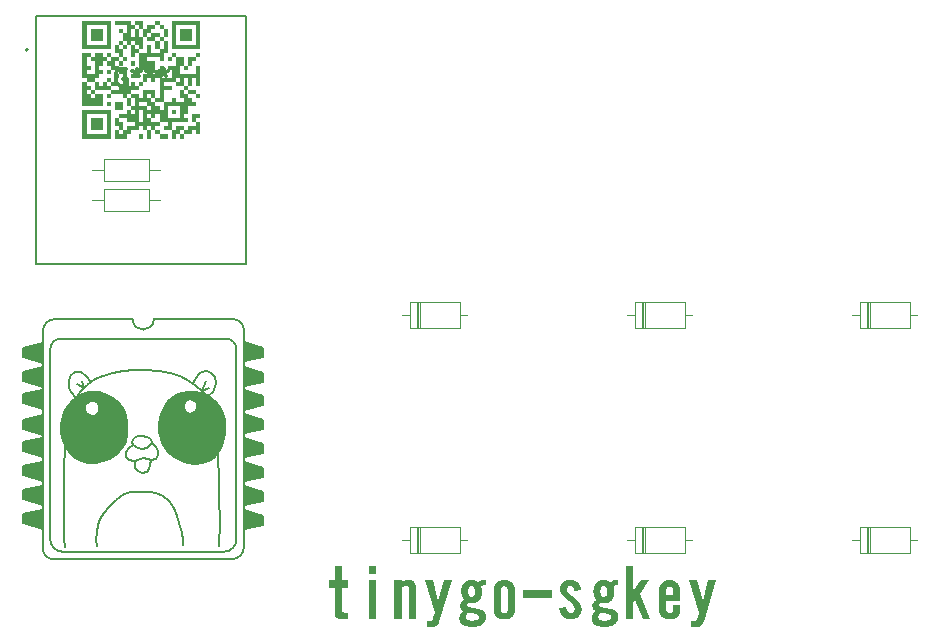
<source format=gbr>
%TF.GenerationSoftware,KiCad,Pcbnew,(7.0.0)*%
%TF.CreationDate,2023-02-28T08:30:01+09:00*%
%TF.ProjectId,sgkey,73676b65-792e-46b6-9963-61645f706362,rev?*%
%TF.SameCoordinates,Original*%
%TF.FileFunction,Legend,Top*%
%TF.FilePolarity,Positive*%
%FSLAX46Y46*%
G04 Gerber Fmt 4.6, Leading zero omitted, Abs format (unit mm)*
G04 Created by KiCad (PCBNEW (7.0.0)) date 2023-02-28 08:30:01*
%MOMM*%
%LPD*%
G01*
G04 APERTURE LIST*
%ADD10C,0.150000*%
%ADD11C,0.300000*%
%ADD12C,0.120000*%
%ADD13C,0.127000*%
%ADD14C,0.200000*%
G04 APERTURE END LIST*
D10*
X124350600Y-106427800D02*
X124477600Y-106961200D01*
X111676000Y-109247200D02*
X111980800Y-108840800D01*
X116806800Y-113235000D02*
X116781400Y-112828600D01*
X113504800Y-107139000D02*
X114190600Y-106631000D01*
X113835000Y-108510600D02*
X113454000Y-108739200D01*
X122496400Y-108358200D02*
X122242400Y-108332800D01*
X120388200Y-112803200D02*
X119981800Y-112244400D01*
X122902800Y-106275400D02*
X123207600Y-106046800D01*
X124757000Y-109018600D02*
X125036400Y-109526600D01*
X125239600Y-110644200D02*
X125163400Y-111304600D01*
X120870800Y-117502200D02*
X121099400Y-118188000D01*
X120413600Y-108510600D02*
X120769200Y-108129600D01*
X114114400Y-108459800D02*
X113835000Y-108510600D01*
X112996800Y-107647000D02*
X113504800Y-107139000D01*
G36*
X109771000Y-109171000D02*
G01*
X108120000Y-108663000D01*
X108120000Y-107901000D01*
X109771000Y-107520000D01*
X109771000Y-109171000D01*
G37*
X109771000Y-109171000D02*
X108120000Y-108663000D01*
X108120000Y-107901000D01*
X109771000Y-107520000D01*
X109771000Y-109171000D01*
X118788000Y-114276400D02*
X118889600Y-113895400D01*
X122458300Y-106986600D02*
X122648800Y-106732600D01*
X117632300Y-113514400D02*
X117568800Y-113819200D01*
X122166200Y-106783400D02*
X122750400Y-107189800D01*
X117060800Y-113514400D02*
X116806800Y-113235000D01*
X112133200Y-107697800D02*
X112565000Y-108256600D01*
X111422000Y-121236000D02*
X125138000Y-121236000D01*
X125773000Y-121871000D02*
G75*
G03*
X126789000Y-120855000I0J1016000D01*
G01*
X124604600Y-112904800D02*
X124706200Y-115419400D01*
X124731600Y-116511600D02*
X124757000Y-118848400D01*
X117441800Y-112168200D02*
X117314800Y-111939600D01*
X118178400Y-114555800D02*
X118559400Y-114479600D01*
X111447400Y-109780600D02*
X111676000Y-109247200D01*
G36*
X128440000Y-103964000D02*
G01*
X128440000Y-104726000D01*
X126789000Y-105107000D01*
X126789000Y-103456000D01*
X128440000Y-103964000D01*
G37*
X128440000Y-103964000D02*
X128440000Y-104726000D01*
X126789000Y-105107000D01*
X126789000Y-103456000D01*
X128440000Y-103964000D01*
X125900000Y-101551000D02*
X119169000Y-101551000D01*
X122521800Y-109475800D02*
X122725000Y-109298000D01*
G36*
X109771000Y-117299000D02*
G01*
X108120000Y-116791000D01*
X108120000Y-116029000D01*
X109771000Y-115648000D01*
X109771000Y-117299000D01*
G37*
X109771000Y-117299000D02*
X108120000Y-116791000D01*
X108120000Y-116029000D01*
X109771000Y-115648000D01*
X109771000Y-117299000D01*
X118559400Y-114479600D02*
X118788000Y-114276400D01*
X118584800Y-111558600D02*
X118940400Y-111711000D01*
X112107800Y-106402400D02*
X111955400Y-106910400D01*
X116806800Y-109628200D02*
X116933800Y-110339400D01*
X117822800Y-114403400D02*
X118178400Y-114555800D01*
G36*
X122242400Y-108332800D02*
G01*
X121988400Y-108434400D01*
X121836000Y-108586800D01*
X121201000Y-107875600D01*
X121988400Y-107697800D01*
X122242400Y-108332800D01*
G37*
X122242400Y-108332800D02*
X121988400Y-108434400D01*
X121836000Y-108586800D01*
X121201000Y-107875600D01*
X121988400Y-107697800D01*
X122242400Y-108332800D01*
X118407000Y-116156000D02*
X118838800Y-116156000D01*
X111574400Y-117019600D02*
X111574400Y-120143800D01*
X118889600Y-113895400D02*
X118965800Y-113438200D01*
G36*
X114579000Y-108709000D02*
G01*
X114368400Y-108561400D01*
X114114400Y-108459800D01*
X113835000Y-108510600D01*
X113454000Y-108739200D01*
X113352400Y-108942400D01*
X113352400Y-109247200D01*
X113454000Y-109526600D01*
X111561700Y-109513900D01*
X111676000Y-109247200D01*
X112234800Y-108485200D01*
X112565000Y-108256600D01*
X113098400Y-107926400D01*
X113708000Y-107748600D01*
X114520800Y-107748600D01*
X114579000Y-108709000D01*
G37*
X114579000Y-108709000D02*
X114368400Y-108561400D01*
X114114400Y-108459800D01*
X113835000Y-108510600D01*
X113454000Y-108739200D01*
X113352400Y-108942400D01*
X113352400Y-109247200D01*
X113454000Y-109526600D01*
X111561700Y-109513900D01*
X111676000Y-109247200D01*
X112234800Y-108485200D01*
X112565000Y-108256600D01*
X113098400Y-107926400D01*
X113708000Y-107748600D01*
X114520800Y-107748600D01*
X114579000Y-108709000D01*
X114546200Y-108790000D02*
X114368400Y-108561400D01*
X119550000Y-113082600D02*
X119321400Y-113412800D01*
X110660000Y-121871000D02*
X125773000Y-121871000D01*
X126154000Y-104091000D02*
G75*
G03*
X125265000Y-103202000I-889000J0D01*
G01*
X117492600Y-111634800D02*
X117797400Y-111482400D01*
X114190600Y-106631000D02*
X114901800Y-106326200D01*
X122852000Y-109069400D02*
X122852000Y-108764600D01*
X124452200Y-108586800D02*
X124757000Y-109018600D01*
X122242400Y-108332800D02*
X121988400Y-108434400D01*
X122725000Y-109298000D02*
X122852000Y-109069400D01*
X122013800Y-109475800D02*
X122267800Y-109552000D01*
X118838800Y-116156000D02*
X119397600Y-116308400D01*
X123487000Y-107901000D02*
X123995000Y-108205800D01*
X114470000Y-118950000D02*
X114622400Y-118492800D01*
X112006200Y-107342200D02*
X112133200Y-107697800D01*
X125163400Y-111304600D02*
X125061800Y-111965000D01*
X116679800Y-116384600D02*
X117264000Y-116206800D01*
X123283800Y-113768400D02*
X122623400Y-113793800D01*
X116197200Y-108612200D02*
X116552800Y-109069400D01*
X119626200Y-110517200D02*
X119702400Y-109958400D01*
X120870800Y-113209600D02*
X120388200Y-112803200D01*
X121632800Y-120270800D02*
X121632800Y-120702600D01*
G36*
X128440000Y-118188000D02*
G01*
X128440000Y-118950000D01*
X126789000Y-119331000D01*
X126789000Y-117680000D01*
X128440000Y-118188000D01*
G37*
X128440000Y-118188000D02*
X128440000Y-118950000D01*
X126789000Y-119331000D01*
X126789000Y-117680000D01*
X128440000Y-118188000D01*
X117797400Y-116181400D02*
X118407000Y-116156000D01*
X123715600Y-105919800D02*
X124045800Y-106072200D01*
X121404200Y-106402400D02*
X122166200Y-106783400D01*
X114368400Y-108561400D02*
X114114400Y-108459800D01*
X114343000Y-119559600D02*
X114470000Y-118950000D01*
X117035400Y-112473000D02*
X117441800Y-112168200D01*
X115460600Y-113362000D02*
X114901800Y-113565200D01*
G36*
X109771000Y-105234000D02*
G01*
X108120000Y-104726000D01*
X108120000Y-103964000D01*
X109771000Y-103583000D01*
X109771000Y-105234000D01*
G37*
X109771000Y-105234000D02*
X108120000Y-104726000D01*
X108120000Y-103964000D01*
X109771000Y-103583000D01*
X109771000Y-105234000D01*
X119778600Y-111685600D02*
X119626200Y-111076000D01*
X124706200Y-115419400D02*
X124731600Y-116511600D01*
X116933800Y-110339400D02*
X116933800Y-111152200D01*
X122750400Y-107189800D02*
X123258400Y-107672400D01*
X125163400Y-110060000D02*
X125239600Y-110644200D01*
X111625200Y-112193600D02*
X111549000Y-114479600D01*
X111345800Y-110415600D02*
X111447400Y-109780600D01*
X116502000Y-112498400D02*
X116044800Y-112981000D01*
X116552800Y-109069400D02*
X116806800Y-109628200D01*
X112565000Y-108256600D02*
X112996800Y-107647000D01*
X117797400Y-111482400D02*
X118178400Y-111482400D01*
X118483200Y-105843600D02*
X119575400Y-105970600D01*
G36*
X128440000Y-108087219D02*
G01*
X128440000Y-108849219D01*
X126789000Y-109230219D01*
X126789000Y-107579219D01*
X128440000Y-108087219D01*
G37*
X128440000Y-108087219D02*
X128440000Y-108849219D01*
X126789000Y-109230219D01*
X126789000Y-107579219D01*
X128440000Y-108087219D01*
X113708000Y-107748600D02*
X114520800Y-107748600D01*
X111980800Y-108840800D02*
X112234800Y-108485200D01*
G36*
X128440000Y-116156000D02*
G01*
X128440000Y-116918000D01*
X126789000Y-117299000D01*
X126789000Y-115648000D01*
X128440000Y-116156000D01*
G37*
X128440000Y-116156000D02*
X128440000Y-116918000D01*
X126789000Y-117299000D01*
X126789000Y-115648000D01*
X128440000Y-116156000D01*
X123995000Y-108205800D02*
X124452200Y-108586800D01*
X117797400Y-113463600D02*
X117467200Y-113565200D01*
X114419200Y-109526600D02*
X114571600Y-109323400D01*
X116781400Y-112828600D02*
X117035400Y-112473000D01*
X117391000Y-101551000D02*
G75*
G03*
X119169000Y-101551000I889000J0D01*
G01*
X117797400Y-112473000D02*
X117441800Y-112168200D01*
X121988400Y-108434400D02*
X121836000Y-108586800D01*
X121836000Y-109323400D02*
X122013800Y-109475800D01*
X124045800Y-106072200D02*
X124350600Y-106427800D01*
X113454000Y-108739200D02*
X113352400Y-108942400D01*
X122648800Y-107723200D02*
X122953600Y-107774000D01*
X110406000Y-104091000D02*
X110406000Y-120220000D01*
X112488800Y-113336600D02*
X112057000Y-112904800D01*
X114317600Y-120245400D02*
X114343000Y-119559600D01*
X114901800Y-106326200D02*
X115714600Y-106072200D01*
X126154000Y-120220000D02*
X126154000Y-104091000D01*
X112234800Y-108485200D02*
X112565000Y-108256600D01*
X117264000Y-116206800D02*
X117797400Y-116181400D01*
X123207600Y-106046800D02*
X123715600Y-105919800D01*
X117391000Y-101551000D02*
X110787000Y-101551000D01*
X122623400Y-113793800D02*
X121963000Y-113768400D01*
G36*
X128440000Y-112092000D02*
G01*
X128440000Y-112854000D01*
X126789000Y-113235000D01*
X126789000Y-111584000D01*
X128440000Y-112092000D01*
G37*
X128440000Y-112092000D02*
X128440000Y-112854000D01*
X126789000Y-113235000D01*
X126789000Y-111584000D01*
X128440000Y-112092000D01*
X109771000Y-120982000D02*
G75*
G03*
X110660000Y-121871000I889000J0D01*
G01*
G36*
X128440000Y-114124000D02*
G01*
X128440000Y-114886000D01*
X126789000Y-115267000D01*
X126789000Y-113616000D01*
X128440000Y-114124000D01*
G37*
X128440000Y-114124000D02*
X128440000Y-114886000D01*
X126789000Y-115267000D01*
X126789000Y-113616000D01*
X128440000Y-114124000D01*
X116552800Y-105945200D02*
X117467200Y-105869000D01*
X111345800Y-111050600D02*
X111345800Y-110415600D01*
X112539600Y-106021400D02*
X112107800Y-106402400D01*
X122953600Y-107774000D02*
X123487000Y-107901000D01*
X113098400Y-107926400D02*
X112565000Y-108256600D01*
X113682600Y-109704400D02*
X113936600Y-109780600D01*
X125061800Y-111965000D02*
X124884000Y-112447600D01*
G36*
X115181200Y-107951800D02*
G01*
X115714600Y-108231200D01*
X116197200Y-108612200D01*
X116552800Y-109069400D01*
X116806800Y-109628200D01*
X116933800Y-110339400D01*
X114589000Y-110369000D01*
X114546200Y-108790000D01*
X114520800Y-107748600D01*
X115181200Y-107951800D01*
G37*
X115181200Y-107951800D02*
X115714600Y-108231200D01*
X116197200Y-108612200D01*
X116552800Y-109069400D01*
X116806800Y-109628200D01*
X116933800Y-110339400D01*
X114589000Y-110369000D01*
X114546200Y-108790000D01*
X114520800Y-107748600D01*
X115181200Y-107951800D01*
X113098400Y-106783400D02*
X113250800Y-107393000D01*
X111295000Y-103202000D02*
G75*
G03*
X110406000Y-104091000I0J-889000D01*
G01*
X124477600Y-106961200D02*
X124325200Y-107291400D01*
G36*
X109771000Y-119331000D02*
G01*
X108120000Y-118823000D01*
X108120000Y-118061000D01*
X109771000Y-117680000D01*
X109771000Y-119331000D01*
G37*
X109771000Y-119331000D02*
X108120000Y-118823000D01*
X108120000Y-118061000D01*
X109771000Y-117680000D01*
X109771000Y-119331000D01*
X113708000Y-107748600D02*
X113098400Y-107926400D01*
X125138000Y-121236000D02*
G75*
G03*
X126154000Y-120220000I0J1016000D01*
G01*
G36*
X128440000Y-110060000D02*
G01*
X128440000Y-110822000D01*
X126789000Y-111203000D01*
X126789000Y-109552000D01*
X128440000Y-110060000D01*
G37*
X128440000Y-110060000D02*
X128440000Y-110822000D01*
X126789000Y-111203000D01*
X126789000Y-109552000D01*
X128440000Y-110060000D01*
X121734400Y-108840800D02*
X121709000Y-109094800D01*
X119626200Y-111076000D02*
X119626200Y-110517200D01*
X120439000Y-116943400D02*
X120870800Y-117502200D01*
X121099400Y-118188000D02*
X121302600Y-118823000D01*
X119550000Y-112701600D02*
X119550000Y-113082600D01*
X118229200Y-113336600D02*
X117797400Y-113463600D01*
G36*
X122648800Y-107723200D02*
G01*
X123487000Y-107901000D01*
X123995000Y-108205800D01*
X124452200Y-108586800D01*
X124757000Y-109018600D01*
X125036400Y-109526600D01*
X125239600Y-110644200D01*
X125061800Y-111965000D01*
X124884000Y-112447600D01*
X124604600Y-112904800D01*
X124299800Y-113285800D01*
X123842600Y-113565200D01*
X123283800Y-113768400D01*
X122623400Y-113793800D01*
X121963000Y-113768400D01*
X121404200Y-113514400D01*
X120870800Y-113209600D01*
X120388200Y-112803200D01*
X119981800Y-112244400D01*
X119778600Y-111685600D01*
X119626200Y-111076000D01*
X119626200Y-110517200D01*
X119702400Y-109958400D01*
X119829400Y-109399600D01*
X120108800Y-108866200D01*
X120769200Y-108129600D01*
X121201000Y-107875600D01*
X121836000Y-108586800D01*
X121734400Y-108840800D01*
X121709000Y-109094800D01*
X121836000Y-109323400D01*
X122013800Y-109475800D01*
X122267800Y-109552000D01*
X122521800Y-109475800D01*
X122725000Y-109298000D01*
X122852000Y-109069400D01*
X122852000Y-108764600D01*
X122725000Y-108536000D01*
X122496400Y-108358200D01*
X122242400Y-108332800D01*
X121988400Y-107697800D01*
X122648800Y-107723200D01*
G37*
X122648800Y-107723200D02*
X123487000Y-107901000D01*
X123995000Y-108205800D01*
X124452200Y-108586800D01*
X124757000Y-109018600D01*
X125036400Y-109526600D01*
X125239600Y-110644200D01*
X125061800Y-111965000D01*
X124884000Y-112447600D01*
X124604600Y-112904800D01*
X124299800Y-113285800D01*
X123842600Y-113565200D01*
X123283800Y-113768400D01*
X122623400Y-113793800D01*
X121963000Y-113768400D01*
X121404200Y-113514400D01*
X120870800Y-113209600D01*
X120388200Y-112803200D01*
X119981800Y-112244400D01*
X119778600Y-111685600D01*
X119626200Y-111076000D01*
X119626200Y-110517200D01*
X119702400Y-109958400D01*
X119829400Y-109399600D01*
X120108800Y-108866200D01*
X120769200Y-108129600D01*
X121201000Y-107875600D01*
X121836000Y-108586800D01*
X121734400Y-108840800D01*
X121709000Y-109094800D01*
X121836000Y-109323400D01*
X122013800Y-109475800D01*
X122267800Y-109552000D01*
X122521800Y-109475800D01*
X122725000Y-109298000D01*
X122852000Y-109069400D01*
X122852000Y-108764600D01*
X122725000Y-108536000D01*
X122496400Y-108358200D01*
X122242400Y-108332800D01*
X121988400Y-107697800D01*
X122648800Y-107723200D01*
X113936600Y-109780600D02*
X114190600Y-109729800D01*
G36*
X109771000Y-115267000D02*
G01*
X108120000Y-114759000D01*
X108120000Y-113997000D01*
X109771000Y-113616000D01*
X109771000Y-115267000D01*
G37*
X109771000Y-115267000D02*
X108120000Y-114759000D01*
X108120000Y-113997000D01*
X109771000Y-113616000D01*
X109771000Y-115267000D01*
X114520800Y-107748600D02*
X115181200Y-107951800D01*
X121709000Y-109094800D02*
X121836000Y-109323400D01*
X117467200Y-105869000D02*
X118483200Y-105843600D01*
X115943200Y-116892600D02*
X116679800Y-116384600D01*
X115714600Y-108231200D02*
X116197200Y-108612200D01*
X115181200Y-107951800D02*
X115714600Y-108231200D01*
X126789000Y-102440000D02*
G75*
G03*
X125900000Y-101551000I-889000J0D01*
G01*
G36*
X128440000Y-106074483D02*
G01*
X128440000Y-106836483D01*
X126789000Y-107217483D01*
X126789000Y-105566483D01*
X128440000Y-106074483D01*
G37*
X128440000Y-106074483D02*
X128440000Y-106836483D01*
X126789000Y-107217483D01*
X126789000Y-105566483D01*
X128440000Y-106074483D01*
X109771000Y-102567000D02*
X109771000Y-120982000D01*
X118991200Y-112015800D02*
X119372200Y-112346000D01*
X119575400Y-105970600D02*
X120566000Y-106123000D01*
X116806800Y-111914200D02*
X116502000Y-112498400D01*
X119702400Y-109958400D02*
X119829400Y-109399600D01*
X119372200Y-112346000D02*
X119550000Y-112701600D01*
X111955400Y-106910400D02*
X112006200Y-107342200D01*
X125036400Y-109526600D02*
X125163400Y-110060000D01*
X111549000Y-114479600D02*
X111574400Y-117019600D01*
X113428600Y-106326200D02*
X113847700Y-106885000D01*
X122725000Y-108536000D02*
X122496400Y-108358200D01*
X118991200Y-112015800D02*
X118788000Y-112320600D01*
X114978000Y-117959400D02*
X115384400Y-117426000D01*
X118788000Y-112320600D02*
X118559400Y-112473000D01*
X117568800Y-113819200D02*
X117619600Y-114174800D01*
X126789000Y-120855000D02*
X126789000Y-102440000D01*
X123614000Y-106783400D02*
X123258400Y-107672400D01*
X111625200Y-112193600D02*
X111422000Y-111609400D01*
X124757000Y-118848400D02*
X124680800Y-120778800D01*
X124884000Y-112447600D02*
X124604600Y-112904800D01*
X118661000Y-113387400D02*
X118229200Y-113336600D01*
X119397600Y-116308400D02*
X119931000Y-116537000D01*
G36*
X116933800Y-110339400D02*
G01*
X116933800Y-111152200D01*
X116806800Y-111914200D01*
X116502000Y-112498400D01*
X116044800Y-112981000D01*
X115460600Y-113362000D01*
X114292200Y-113743000D01*
X113606400Y-113768400D01*
X112996800Y-113590600D01*
X112488800Y-113336600D01*
X112057000Y-112904800D01*
X111625200Y-112193600D01*
X111422000Y-111609400D01*
X111345800Y-111050600D01*
X111345800Y-110415600D01*
X111447400Y-109780600D01*
X111561700Y-109513900D01*
X113454000Y-109526600D01*
X113682600Y-109704400D01*
X113936600Y-109780600D01*
X114190600Y-109729800D01*
X114495400Y-109425000D01*
X116933800Y-110339400D01*
G37*
X116933800Y-110339400D02*
X116933800Y-111152200D01*
X116806800Y-111914200D01*
X116502000Y-112498400D01*
X116044800Y-112981000D01*
X115460600Y-113362000D01*
X114292200Y-113743000D01*
X113606400Y-113768400D01*
X112996800Y-113590600D01*
X112488800Y-113336600D01*
X112057000Y-112904800D01*
X111625200Y-112193600D01*
X111422000Y-111609400D01*
X111345800Y-111050600D01*
X111345800Y-110415600D01*
X111447400Y-109780600D01*
X111561700Y-109513900D01*
X113454000Y-109526600D01*
X113682600Y-109704400D01*
X113936600Y-109780600D01*
X114190600Y-109729800D01*
X114495400Y-109425000D01*
X116933800Y-110339400D01*
X118965800Y-113438200D02*
X118661000Y-113387400D01*
X114292200Y-113743000D02*
X113606400Y-113768400D01*
X123258400Y-107672400D02*
X123487000Y-107901000D01*
X120108800Y-108866200D02*
X120413600Y-108510600D01*
X115384400Y-117426000D02*
X115943200Y-116892600D01*
X119829400Y-109399600D02*
X120108800Y-108866200D01*
X114571600Y-109323400D02*
X114571600Y-109069400D01*
X116044800Y-112981000D02*
X115460600Y-113362000D01*
X111853800Y-112523800D02*
X111625200Y-112193600D01*
X114571600Y-109069400D02*
X114546200Y-108790000D01*
X124325200Y-107291400D02*
X124147400Y-107697800D01*
X116933800Y-111152200D02*
X116806800Y-111914200D01*
G36*
X109771000Y-113235000D02*
G01*
X108120000Y-112727000D01*
X108120000Y-111965000D01*
X109771000Y-111584000D01*
X109771000Y-113235000D01*
G37*
X109771000Y-113235000D02*
X108120000Y-112727000D01*
X108120000Y-111965000D01*
X109771000Y-111584000D01*
X109771000Y-113235000D01*
X119321400Y-113412800D02*
X118965800Y-113438200D01*
X120566000Y-106123000D02*
X121404200Y-106402400D01*
X121201000Y-107875600D02*
X121988400Y-107697800D01*
X115714600Y-106072200D02*
X116552800Y-105945200D01*
X125265000Y-103202000D02*
X111295000Y-103202000D01*
X113022200Y-106046800D02*
X113428600Y-106326200D01*
X112996800Y-113590600D02*
X112488800Y-113336600D01*
X114901800Y-113565200D02*
X114292200Y-113743000D01*
X124299800Y-113285800D02*
X123842600Y-113565200D01*
X122267800Y-109552000D02*
X122521800Y-109475800D01*
X110787000Y-101551000D02*
G75*
G03*
X109771000Y-102567000I0J-1016000D01*
G01*
X118940400Y-111711000D02*
X118991200Y-112015800D01*
X121988400Y-107697800D02*
X122648800Y-107723200D01*
X123842600Y-113565200D02*
X123283800Y-113768400D01*
X119981800Y-112244400D02*
X119778600Y-111685600D01*
X113352400Y-108942400D02*
X113352400Y-109247200D01*
X113022200Y-106046800D02*
X112539600Y-106021400D01*
X114190600Y-109729800D02*
X114419200Y-109526600D01*
X121836000Y-108586800D02*
X121734400Y-108840800D01*
X114343000Y-120728000D02*
X114317600Y-120245400D01*
X113352400Y-109247200D02*
X113454000Y-109526600D01*
X112057000Y-112904800D02*
X111853800Y-112523800D01*
X121302600Y-118823000D02*
X121531200Y-119686600D01*
X118178400Y-111482400D02*
X118584800Y-111558600D01*
X121531200Y-119686600D02*
X121632800Y-120270800D01*
X117619600Y-114174800D02*
X117822800Y-114403400D01*
X122648800Y-106732600D02*
X122902800Y-106275400D01*
X124147400Y-107697800D02*
X123741000Y-108053400D01*
G36*
X109771000Y-107266000D02*
G01*
X108120000Y-106758000D01*
X108120000Y-105996000D01*
X109771000Y-105615000D01*
X109771000Y-107266000D01*
G37*
X109771000Y-107266000D02*
X108120000Y-106758000D01*
X108120000Y-105996000D01*
X109771000Y-105615000D01*
X109771000Y-107266000D01*
X117467200Y-113565200D02*
X117060800Y-113514400D01*
X112641200Y-107062800D02*
X113250800Y-107393000D01*
X118559400Y-112473000D02*
X118153000Y-112574600D01*
X124299800Y-113285800D02*
X124604600Y-112904800D01*
X117314800Y-111939600D02*
X117492600Y-111634800D01*
X121963000Y-113768400D02*
X121404200Y-113514400D01*
X111574400Y-120143800D02*
X111625200Y-120804200D01*
X123868000Y-107418400D02*
X123258400Y-107672400D01*
X119931000Y-116537000D02*
X120439000Y-116943400D01*
G36*
X109771000Y-111330000D02*
G01*
X108120000Y-110822000D01*
X108120000Y-110060000D01*
X109771000Y-109679000D01*
X109771000Y-111330000D01*
G37*
X109771000Y-111330000D02*
X108120000Y-110822000D01*
X108120000Y-110060000D01*
X109771000Y-109679000D01*
X109771000Y-111330000D01*
X121404200Y-113514400D02*
X120870800Y-113209600D01*
X110406000Y-120220000D02*
G75*
G03*
X111422000Y-121236000I1016000J0D01*
G01*
X118153000Y-112574600D02*
X117797400Y-112473000D01*
X122852000Y-108764600D02*
X122725000Y-108536000D01*
X113454000Y-109526600D02*
X113682600Y-109704400D01*
X120769200Y-108129600D02*
X121201000Y-107875600D01*
X113606400Y-113768400D02*
X112996800Y-113590600D01*
X111422000Y-111609400D02*
X111345800Y-111050600D01*
X114622400Y-118492800D02*
X114978000Y-117959400D01*
G36*
X135126127Y-123662612D02*
G01*
X135631221Y-123662612D01*
X135631221Y-124286897D01*
X135126127Y-124286897D01*
X135126127Y-126234001D01*
X135129347Y-126278470D01*
X135141712Y-126321884D01*
X135163350Y-126354445D01*
X135200316Y-126378715D01*
X135242047Y-126387759D01*
X135258018Y-126388362D01*
X135587258Y-126388362D01*
X135587258Y-126915927D01*
X134950272Y-126915927D01*
X134897035Y-126914122D01*
X134847232Y-126908706D01*
X134800864Y-126899681D01*
X134757931Y-126887045D01*
X134718432Y-126870799D01*
X134682368Y-126850943D01*
X134649739Y-126827477D01*
X134620545Y-126800400D01*
X134594785Y-126769713D01*
X134572459Y-126735416D01*
X134553569Y-126697509D01*
X134538113Y-126655991D01*
X134526091Y-126610864D01*
X134517505Y-126562126D01*
X134512353Y-126509778D01*
X134510635Y-126453819D01*
X134510635Y-124286897D01*
X134027034Y-124286897D01*
X134027034Y-123662612D01*
X134510635Y-123662612D01*
X134510635Y-122431628D01*
X135126127Y-122431628D01*
X135126127Y-123662612D01*
G37*
G36*
X137968137Y-123091084D02*
G01*
X137352645Y-123091084D01*
X137352645Y-122431628D01*
X137968137Y-122431628D01*
X137968137Y-123091084D01*
G37*
G36*
X137968137Y-126915927D02*
G01*
X137352645Y-126915927D01*
X137352645Y-123662612D01*
X137968137Y-123662612D01*
X137968137Y-126915927D01*
G37*
G36*
X141381675Y-126915927D02*
G01*
X140766183Y-126915927D01*
X140766183Y-124322068D01*
X140764637Y-124283004D01*
X140758927Y-124243334D01*
X140747249Y-124205782D01*
X140724924Y-124170519D01*
X140722219Y-124167706D01*
X140691097Y-124142201D01*
X140655862Y-124122960D01*
X140616512Y-124109984D01*
X140573048Y-124103272D01*
X140546364Y-124102249D01*
X140496798Y-124105333D01*
X140447263Y-124114584D01*
X140397758Y-124130001D01*
X140360649Y-124145612D01*
X140323558Y-124164692D01*
X140286483Y-124187240D01*
X140249426Y-124213258D01*
X140212386Y-124242744D01*
X140175363Y-124275700D01*
X140150691Y-124299598D01*
X140150691Y-126915927D01*
X139535199Y-126915927D01*
X139535199Y-123662612D01*
X140150691Y-123662612D01*
X140150691Y-123815997D01*
X140189072Y-123792099D01*
X140227276Y-123769743D01*
X140265306Y-123748929D01*
X140303160Y-123729657D01*
X140340838Y-123711926D01*
X140378341Y-123695738D01*
X140415668Y-123681091D01*
X140452819Y-123667986D01*
X140508218Y-123651219D01*
X140563221Y-123637921D01*
X140617829Y-123628092D01*
X140672043Y-123621732D01*
X140725861Y-123618841D01*
X140743713Y-123618648D01*
X140796217Y-123619997D01*
X140846386Y-123624041D01*
X140894220Y-123630781D01*
X140939718Y-123640218D01*
X140982880Y-123652351D01*
X141023707Y-123667180D01*
X141062198Y-123684706D01*
X141098353Y-123704927D01*
X141132173Y-123727845D01*
X141163658Y-123753459D01*
X141183350Y-123772033D01*
X141218793Y-123810370D01*
X141250749Y-123851007D01*
X141279220Y-123893946D01*
X141304204Y-123939187D01*
X141325702Y-123986728D01*
X141343714Y-124036571D01*
X141358240Y-124088715D01*
X141369280Y-124143160D01*
X141376833Y-124199906D01*
X141379932Y-124239016D01*
X141381481Y-124279148D01*
X141381675Y-124299598D01*
X141381675Y-126915927D01*
G37*
G36*
X143256483Y-125442654D02*
G01*
X143740084Y-123662612D01*
X144399540Y-123662612D01*
X143344411Y-127158216D01*
X143326978Y-127211453D01*
X143307652Y-127261256D01*
X143286433Y-127307624D01*
X143263322Y-127350557D01*
X143238318Y-127390056D01*
X143211420Y-127426120D01*
X143182630Y-127458749D01*
X143151947Y-127487944D01*
X143119371Y-127513704D01*
X143084903Y-127536029D01*
X143048541Y-127554920D01*
X143010286Y-127570376D01*
X142970139Y-127582397D01*
X142928099Y-127590984D01*
X142884165Y-127596136D01*
X142838339Y-127597853D01*
X142266811Y-127597853D01*
X142266811Y-127091782D01*
X142509100Y-127091782D01*
X142548694Y-127090708D01*
X142591925Y-127086587D01*
X142630485Y-127079374D01*
X142669568Y-127067052D01*
X142706448Y-127047818D01*
X142735466Y-127020169D01*
X142760265Y-126983075D01*
X142780877Y-126942717D01*
X142797333Y-126904249D01*
X142813759Y-126860285D01*
X142830153Y-126810826D01*
X142838339Y-126784036D01*
X142948737Y-126409856D01*
X142134920Y-123662612D01*
X142794376Y-123662612D01*
X143256483Y-125442654D01*
G37*
G36*
X146075679Y-123619591D02*
G01*
X146118612Y-123622419D01*
X146160859Y-123627132D01*
X146202418Y-123633730D01*
X146243291Y-123642214D01*
X146283476Y-123652583D01*
X146322975Y-123664837D01*
X146361787Y-123678976D01*
X146399911Y-123695001D01*
X146437349Y-123712911D01*
X146474100Y-123732706D01*
X146510164Y-123754386D01*
X146545541Y-123777952D01*
X146580231Y-123803403D01*
X146614235Y-123830739D01*
X146647551Y-123859960D01*
X146673251Y-123820676D01*
X146700891Y-123785256D01*
X146730472Y-123753700D01*
X146761994Y-123726008D01*
X146795456Y-123702180D01*
X146830859Y-123682217D01*
X146868202Y-123666117D01*
X146907486Y-123653881D01*
X146948711Y-123645509D01*
X146991876Y-123641001D01*
X147021731Y-123640142D01*
X147285513Y-123640142D01*
X147285513Y-124079779D01*
X147109658Y-124079779D01*
X147063591Y-124082474D01*
X147021864Y-124090560D01*
X146984479Y-124104036D01*
X146945347Y-124127323D01*
X146912466Y-124158373D01*
X146889840Y-124190177D01*
X146905181Y-124235850D01*
X146918477Y-124284943D01*
X146927107Y-124324007D01*
X146934586Y-124364994D01*
X146940914Y-124407904D01*
X146946092Y-124452738D01*
X146950119Y-124499495D01*
X146952996Y-124548176D01*
X146954721Y-124598780D01*
X146955297Y-124651307D01*
X146954438Y-124710727D01*
X146951862Y-124768086D01*
X146947569Y-124823384D01*
X146941558Y-124876621D01*
X146933830Y-124927798D01*
X146924385Y-124976913D01*
X146913222Y-125023968D01*
X146900342Y-125068963D01*
X146885745Y-125111896D01*
X146869430Y-125152768D01*
X146851398Y-125191580D01*
X146831649Y-125228331D01*
X146810182Y-125263021D01*
X146786998Y-125295650D01*
X146762097Y-125326219D01*
X146735478Y-125354727D01*
X146705055Y-125384066D01*
X146674112Y-125411513D01*
X146642651Y-125437067D01*
X146610670Y-125460728D01*
X146578171Y-125482496D01*
X146528448Y-125511599D01*
X146477558Y-125536443D01*
X146425500Y-125557028D01*
X146372274Y-125573355D01*
X146317880Y-125585422D01*
X146262319Y-125593230D01*
X146205590Y-125596779D01*
X146186420Y-125597016D01*
X146141961Y-125596432D01*
X146099443Y-125594680D01*
X146058865Y-125591761D01*
X146007781Y-125586051D01*
X145960146Y-125578266D01*
X145915960Y-125568405D01*
X145875225Y-125556467D01*
X145837940Y-125542454D01*
X145812240Y-125530581D01*
X145774313Y-125559516D01*
X145742963Y-125588433D01*
X145711395Y-125626962D01*
X145691519Y-125665461D01*
X145683337Y-125703929D01*
X145689553Y-125751971D01*
X145707680Y-125790371D01*
X145737501Y-125828740D01*
X145746783Y-125838327D01*
X145781023Y-125865576D01*
X145815739Y-125885551D01*
X145858200Y-125905132D01*
X145908406Y-125924317D01*
X145946180Y-125936888D01*
X145987396Y-125949283D01*
X146032054Y-125961503D01*
X146080155Y-125973547D01*
X146131697Y-125985416D01*
X146186683Y-125997109D01*
X146245110Y-126008627D01*
X146306980Y-126019969D01*
X146372292Y-126031135D01*
X146406239Y-126036653D01*
X146473413Y-126047987D01*
X146537672Y-126060008D01*
X146599015Y-126072717D01*
X146657443Y-126086112D01*
X146712954Y-126100194D01*
X146765551Y-126114963D01*
X146815231Y-126130419D01*
X146861996Y-126146562D01*
X146905845Y-126163392D01*
X146946779Y-126180909D01*
X146984797Y-126199112D01*
X147019899Y-126218003D01*
X147067086Y-126247627D01*
X147107712Y-126278797D01*
X147131152Y-126300435D01*
X147162579Y-126334567D01*
X147190915Y-126371017D01*
X147216160Y-126409786D01*
X147238313Y-126450873D01*
X147257376Y-126494279D01*
X147273347Y-126540003D01*
X147286227Y-126588045D01*
X147296016Y-126638406D01*
X147302713Y-126691085D01*
X147306320Y-126746083D01*
X147307006Y-126784036D01*
X147304688Y-126837511D01*
X147297733Y-126890591D01*
X147286141Y-126943275D01*
X147269912Y-126995565D01*
X147249047Y-127047460D01*
X147223544Y-127098960D01*
X147203967Y-127133074D01*
X147182328Y-127167012D01*
X147158629Y-127200775D01*
X147132869Y-127234362D01*
X147105048Y-127267774D01*
X147075167Y-127301010D01*
X147043224Y-127334071D01*
X147008706Y-127366013D01*
X146971096Y-127395895D01*
X146930395Y-127423715D01*
X146886603Y-127449475D01*
X146839720Y-127473175D01*
X146789746Y-127494813D01*
X146736680Y-127514391D01*
X146680524Y-127531907D01*
X146621276Y-127547363D01*
X146558936Y-127560759D01*
X146493506Y-127572093D01*
X146424984Y-127581367D01*
X146353372Y-127588579D01*
X146278668Y-127593731D01*
X146200873Y-127596823D01*
X146160816Y-127597595D01*
X146119986Y-127597853D01*
X146080582Y-127597638D01*
X146004218Y-127595921D01*
X145931113Y-127592486D01*
X145861267Y-127587334D01*
X145794681Y-127580465D01*
X145731353Y-127571878D01*
X145671284Y-127561574D01*
X145614475Y-127549553D01*
X145560925Y-127535814D01*
X145510634Y-127520358D01*
X145463602Y-127503185D01*
X145419829Y-127484294D01*
X145379315Y-127463686D01*
X145342060Y-127441361D01*
X145308065Y-127417318D01*
X145277328Y-127391558D01*
X145263182Y-127378034D01*
X145223898Y-127336235D01*
X145188478Y-127293267D01*
X145156922Y-127249131D01*
X145129230Y-127203828D01*
X145105402Y-127157357D01*
X145085438Y-127109718D01*
X145069338Y-127060912D01*
X145057102Y-127010937D01*
X145048730Y-126959795D01*
X145044222Y-126907485D01*
X145043364Y-126871963D01*
X145044738Y-126828343D01*
X145048859Y-126785410D01*
X145052737Y-126761565D01*
X145614892Y-126761565D01*
X145619331Y-126816738D01*
X145632649Y-126866483D01*
X145654846Y-126910802D01*
X145685921Y-126949693D01*
X145725875Y-126983159D01*
X145774707Y-127011197D01*
X145812194Y-127026874D01*
X145853628Y-127040140D01*
X145899008Y-127050993D01*
X145948333Y-127059435D01*
X146001605Y-127065465D01*
X146058822Y-127069082D01*
X146119986Y-127070288D01*
X146191916Y-127069254D01*
X146259205Y-127066152D01*
X146321853Y-127060980D01*
X146379861Y-127053741D01*
X146433228Y-127044433D01*
X146481954Y-127033057D01*
X146526040Y-127019612D01*
X146565485Y-127004099D01*
X146615952Y-126976950D01*
X146655977Y-126945148D01*
X146685561Y-126908692D01*
X146704704Y-126867582D01*
X146713405Y-126821818D01*
X146713985Y-126805529D01*
X146712363Y-126765935D01*
X146706135Y-126722704D01*
X146695235Y-126684144D01*
X146676616Y-126645062D01*
X146651638Y-126612337D01*
X146647551Y-126608181D01*
X146610914Y-126580597D01*
X146571255Y-126559929D01*
X146521155Y-126539278D01*
X146481954Y-126525520D01*
X146438113Y-126511770D01*
X146389630Y-126498027D01*
X146336508Y-126484293D01*
X146278744Y-126470565D01*
X146216340Y-126456846D01*
X146149295Y-126443134D01*
X146077610Y-126429430D01*
X146001284Y-126415733D01*
X145961381Y-126408887D01*
X145920318Y-126402044D01*
X145878094Y-126395202D01*
X145834711Y-126388362D01*
X145795427Y-126414054D01*
X145760007Y-126441668D01*
X145728451Y-126471206D01*
X145700759Y-126502668D01*
X145676931Y-126536053D01*
X145656967Y-126571361D01*
X145640867Y-126608593D01*
X145628631Y-126647748D01*
X145620259Y-126688827D01*
X145615751Y-126731829D01*
X145614892Y-126761565D01*
X145052737Y-126761565D01*
X145055729Y-126743163D01*
X145065346Y-126701604D01*
X145077710Y-126660731D01*
X145092823Y-126620546D01*
X145110683Y-126581047D01*
X145131291Y-126542235D01*
X145154647Y-126504111D01*
X145180750Y-126466673D01*
X145209602Y-126429922D01*
X145241200Y-126393858D01*
X145275547Y-126358481D01*
X145312642Y-126323791D01*
X145352484Y-126289787D01*
X145395073Y-126256471D01*
X145343917Y-126233651D01*
X145297792Y-126206588D01*
X145256699Y-126175284D01*
X145220638Y-126139738D01*
X145189609Y-126099951D01*
X145163611Y-126055921D01*
X145142646Y-126007650D01*
X145126712Y-125955137D01*
X145115809Y-125898382D01*
X145111337Y-125858188D01*
X145109100Y-125816110D01*
X145108821Y-125794364D01*
X145111912Y-125748920D01*
X145121186Y-125703082D01*
X145136642Y-125656848D01*
X145158280Y-125610220D01*
X145186101Y-125563197D01*
X145220104Y-125515778D01*
X145246207Y-125483946D01*
X145275059Y-125451939D01*
X145306658Y-125419756D01*
X145341004Y-125387398D01*
X145378099Y-125354864D01*
X145417941Y-125322155D01*
X145460531Y-125289270D01*
X145428588Y-125252889D01*
X145398707Y-125215310D01*
X145370886Y-125176532D01*
X145345126Y-125136557D01*
X145321427Y-125095383D01*
X145299788Y-125053010D01*
X145280211Y-125009440D01*
X145262694Y-124964671D01*
X145247238Y-124918704D01*
X145233843Y-124871538D01*
X145222508Y-124823174D01*
X145213235Y-124773612D01*
X145206022Y-124722851D01*
X145200870Y-124670892D01*
X145197779Y-124617735D01*
X145197582Y-124607344D01*
X145790747Y-124607344D01*
X145791861Y-124663302D01*
X145795204Y-124715650D01*
X145800776Y-124764388D01*
X145808577Y-124809516D01*
X145818606Y-124851033D01*
X145830864Y-124888940D01*
X145853430Y-124939032D01*
X145881010Y-124981001D01*
X145913605Y-125014847D01*
X145951214Y-125040569D01*
X145993839Y-125058169D01*
X146041477Y-125067646D01*
X146076023Y-125069451D01*
X146127179Y-125065390D01*
X146173304Y-125053205D01*
X146214397Y-125032898D01*
X146250458Y-125004467D01*
X146281487Y-124967914D01*
X146307485Y-124923237D01*
X146328450Y-124870438D01*
X146339632Y-124830726D01*
X146348578Y-124787403D01*
X146355287Y-124740470D01*
X146359759Y-124689927D01*
X146361996Y-124635774D01*
X146362275Y-124607344D01*
X146361157Y-124551504D01*
X146357802Y-124499266D01*
X146352212Y-124450631D01*
X146344384Y-124405599D01*
X146334321Y-124364169D01*
X146322021Y-124326342D01*
X146299378Y-124276356D01*
X146271703Y-124234476D01*
X146238996Y-124200702D01*
X146201258Y-124175034D01*
X146158488Y-124157471D01*
X146110686Y-124148014D01*
X146076023Y-124146213D01*
X146025041Y-124150266D01*
X145979073Y-124162425D01*
X145938121Y-124182689D01*
X145902183Y-124211060D01*
X145871259Y-124247536D01*
X145845350Y-124292118D01*
X145824456Y-124344805D01*
X145813313Y-124384434D01*
X145804398Y-124427665D01*
X145797712Y-124474498D01*
X145793254Y-124524934D01*
X145791025Y-124578973D01*
X145790747Y-124607344D01*
X145197582Y-124607344D01*
X145196748Y-124563380D01*
X145197779Y-124509112D01*
X145200870Y-124456218D01*
X145206022Y-124404698D01*
X145213235Y-124354552D01*
X145222508Y-124305780D01*
X145233843Y-124258382D01*
X145247238Y-124212357D01*
X145262694Y-124167706D01*
X145280211Y-124124430D01*
X145299788Y-124082527D01*
X145321427Y-124041998D01*
X145345126Y-124002842D01*
X145370886Y-123965061D01*
X145398707Y-123928654D01*
X145428588Y-123893620D01*
X145460531Y-123859960D01*
X145491156Y-123830739D01*
X145522461Y-123803403D01*
X145554446Y-123777952D01*
X145587109Y-123754386D01*
X145620452Y-123732706D01*
X145654475Y-123712911D01*
X145706782Y-123686753D01*
X145760617Y-123664837D01*
X145815981Y-123647163D01*
X145872874Y-123633730D01*
X145911651Y-123627132D01*
X145951108Y-123622419D01*
X145991244Y-123619591D01*
X146032059Y-123618648D01*
X146075679Y-123619591D01*
G37*
G36*
X148906671Y-123641001D02*
G01*
X148959050Y-123643577D01*
X149009711Y-123647870D01*
X149058655Y-123653881D01*
X149105882Y-123661609D01*
X149151391Y-123671054D01*
X149195183Y-123682217D01*
X149237258Y-123695096D01*
X149277615Y-123709694D01*
X149316255Y-123726008D01*
X149353178Y-123744040D01*
X149388383Y-123763790D01*
X149421871Y-123785256D01*
X149453642Y-123808440D01*
X149498078Y-123846436D01*
X149512031Y-123859960D01*
X149541252Y-123890930D01*
X149568588Y-123923265D01*
X149594039Y-123956967D01*
X149617605Y-123992035D01*
X149639285Y-124028469D01*
X149659080Y-124066269D01*
X149676990Y-124105436D01*
X149693015Y-124145969D01*
X149707154Y-124187868D01*
X149719408Y-124231133D01*
X149729777Y-124275765D01*
X149738261Y-124321763D01*
X149744859Y-124369127D01*
X149749572Y-124417857D01*
X149752400Y-124467953D01*
X149753343Y-124519416D01*
X149753343Y-126080616D01*
X149752400Y-126132079D01*
X149749572Y-126182176D01*
X149744859Y-126230906D01*
X149738261Y-126278270D01*
X149729777Y-126324268D01*
X149719408Y-126368899D01*
X149707154Y-126412165D01*
X149693015Y-126454064D01*
X149676990Y-126494597D01*
X149659080Y-126533763D01*
X149639285Y-126571564D01*
X149617605Y-126607998D01*
X149594039Y-126643066D01*
X149568588Y-126676767D01*
X149541252Y-126709103D01*
X149512031Y-126740072D01*
X149468883Y-126779356D01*
X149437971Y-126803399D01*
X149405342Y-126825724D01*
X149370995Y-126846332D01*
X149334931Y-126865223D01*
X149297150Y-126882396D01*
X149257651Y-126897852D01*
X149216435Y-126911591D01*
X149173502Y-126923612D01*
X149128851Y-126933916D01*
X149082483Y-126942503D01*
X149034398Y-126949372D01*
X148984595Y-126954524D01*
X148933075Y-126957959D01*
X148879838Y-126959676D01*
X148852575Y-126959891D01*
X148798479Y-126959032D01*
X148746101Y-126956456D01*
X148695439Y-126952163D01*
X148646495Y-126946152D01*
X148599269Y-126938424D01*
X148553759Y-126928979D01*
X148509967Y-126917816D01*
X148467893Y-126904936D01*
X148427535Y-126890339D01*
X148388895Y-126874024D01*
X148351973Y-126855992D01*
X148316767Y-126836243D01*
X148283279Y-126814776D01*
X148251509Y-126791592D01*
X148207073Y-126753596D01*
X148193120Y-126740072D01*
X148163780Y-126709103D01*
X148136333Y-126676767D01*
X148110779Y-126643066D01*
X148087118Y-126607998D01*
X148065350Y-126571564D01*
X148045475Y-126533763D01*
X148027492Y-126494597D01*
X148011403Y-126454064D01*
X147997206Y-126412165D01*
X147984903Y-126368899D01*
X147974492Y-126324268D01*
X147965974Y-126278270D01*
X147959349Y-126230906D01*
X147954616Y-126182176D01*
X147952570Y-126146073D01*
X148566323Y-126146073D01*
X148568469Y-126186216D01*
X148576712Y-126231554D01*
X148591138Y-126273800D01*
X148611746Y-126312955D01*
X148638536Y-126349019D01*
X148654250Y-126365892D01*
X148686447Y-126391778D01*
X148724909Y-126411306D01*
X148762862Y-126422984D01*
X148805417Y-126429991D01*
X148852575Y-126432326D01*
X148892169Y-126430704D01*
X148935400Y-126424476D01*
X148973960Y-126413577D01*
X149013043Y-126394957D01*
X149045767Y-126369979D01*
X149049923Y-126365892D01*
X149079805Y-126331374D01*
X149103504Y-126293764D01*
X149121021Y-126253063D01*
X149132355Y-126209271D01*
X149137078Y-126170417D01*
X149137851Y-126146073D01*
X149137851Y-124453959D01*
X149135704Y-124413816D01*
X149127461Y-124368479D01*
X149113035Y-124326232D01*
X149092427Y-124287077D01*
X149065637Y-124251013D01*
X149049923Y-124234140D01*
X149018107Y-124208255D01*
X148979933Y-124188727D01*
X148942151Y-124177049D01*
X148899699Y-124170042D01*
X148852575Y-124167706D01*
X148812957Y-124169328D01*
X148769635Y-124175557D01*
X148730915Y-124186456D01*
X148691558Y-124205076D01*
X148658466Y-124230053D01*
X148654250Y-124234140D01*
X148624368Y-124268659D01*
X148600669Y-124306268D01*
X148583152Y-124346969D01*
X148571818Y-124390761D01*
X148567095Y-124429616D01*
X148566323Y-124453959D01*
X148566323Y-126146073D01*
X147952570Y-126146073D01*
X147951777Y-126132079D01*
X147950831Y-126080616D01*
X147950831Y-124519416D01*
X147951777Y-124467953D01*
X147954616Y-124417857D01*
X147959349Y-124369127D01*
X147965974Y-124321763D01*
X147974492Y-124275765D01*
X147984903Y-124231133D01*
X147997206Y-124187868D01*
X148011403Y-124145969D01*
X148027492Y-124105436D01*
X148045475Y-124066269D01*
X148065350Y-124028469D01*
X148087118Y-123992035D01*
X148110779Y-123956967D01*
X148136333Y-123923265D01*
X148163780Y-123890930D01*
X148193120Y-123859960D01*
X148236268Y-123820676D01*
X148267179Y-123796634D01*
X148299809Y-123774308D01*
X148334155Y-123753700D01*
X148370219Y-123734810D01*
X148408001Y-123717636D01*
X148447499Y-123702180D01*
X148488715Y-123688442D01*
X148531649Y-123676421D01*
X148576299Y-123666117D01*
X148622667Y-123657530D01*
X148670753Y-123650661D01*
X148720555Y-123645509D01*
X148772075Y-123642074D01*
X148825313Y-123640357D01*
X148852575Y-123640142D01*
X148906671Y-123641001D01*
G37*
G36*
X152859135Y-125143701D02*
G01*
X150441131Y-125143701D01*
X150441131Y-124519416D01*
X152859135Y-124519416D01*
X152859135Y-125143701D01*
G37*
G36*
X154382233Y-123618648D02*
G01*
X154439134Y-123619591D01*
X154494310Y-123622419D01*
X154547761Y-123627132D01*
X154599487Y-123633730D01*
X154649488Y-123642214D01*
X154697765Y-123652583D01*
X154744316Y-123664837D01*
X154789142Y-123678976D01*
X154832243Y-123695001D01*
X154873619Y-123712911D01*
X154913271Y-123732706D01*
X154951197Y-123754386D01*
X154987398Y-123777952D01*
X155021875Y-123803403D01*
X155054626Y-123830739D01*
X155085653Y-123859960D01*
X155115076Y-123890758D01*
X155142775Y-123922578D01*
X155168749Y-123955421D01*
X155192997Y-123989287D01*
X155215521Y-124024176D01*
X155236320Y-124060087D01*
X155255394Y-124097021D01*
X155272743Y-124134978D01*
X155288367Y-124173957D01*
X155302266Y-124213960D01*
X155314440Y-124254985D01*
X155324889Y-124297033D01*
X155333613Y-124340104D01*
X155340612Y-124384197D01*
X155345886Y-124429313D01*
X155349435Y-124475452D01*
X154777907Y-124563380D01*
X154777134Y-124523323D01*
X154773699Y-124473520D01*
X154767517Y-124427839D01*
X154758587Y-124386280D01*
X154746909Y-124348842D01*
X154728448Y-124307841D01*
X154705693Y-124273279D01*
X154689979Y-124255634D01*
X154655237Y-124224111D01*
X154619397Y-124197931D01*
X154582460Y-124177094D01*
X154544426Y-124161600D01*
X154505294Y-124151449D01*
X154465066Y-124146640D01*
X154448667Y-124146213D01*
X154402600Y-124147811D01*
X154360873Y-124152605D01*
X154316532Y-124162577D01*
X154278442Y-124177152D01*
X154241903Y-124199972D01*
X154228849Y-124211670D01*
X154198967Y-124246189D01*
X154175268Y-124283798D01*
X154157751Y-124324499D01*
X154146417Y-124368291D01*
X154141694Y-124407145D01*
X154140921Y-124431489D01*
X154147791Y-124483467D01*
X154161959Y-124525596D01*
X154183855Y-124570421D01*
X154213479Y-124617942D01*
X154237521Y-124651121D01*
X154264999Y-124685498D01*
X154295911Y-124721074D01*
X154330257Y-124757848D01*
X154368039Y-124795820D01*
X154409255Y-124834990D01*
X154453905Y-124875359D01*
X154501991Y-124916926D01*
X154553510Y-124959692D01*
X154580558Y-124981524D01*
X154621286Y-125014325D01*
X154661159Y-125046782D01*
X154700176Y-125078896D01*
X154738339Y-125110667D01*
X154775647Y-125142094D01*
X154812101Y-125173178D01*
X154847699Y-125203918D01*
X154882443Y-125234315D01*
X154916331Y-125264368D01*
X154949365Y-125294078D01*
X154981544Y-125323444D01*
X155012868Y-125352467D01*
X155043338Y-125381147D01*
X155072952Y-125409483D01*
X155101712Y-125437475D01*
X155129616Y-125465124D01*
X155161559Y-125498525D01*
X155191440Y-125532780D01*
X155219261Y-125567890D01*
X155245021Y-125603854D01*
X155268720Y-125640674D01*
X155290359Y-125678348D01*
X155309936Y-125716878D01*
X155327453Y-125756262D01*
X155342909Y-125796501D01*
X155356304Y-125837595D01*
X155367639Y-125879543D01*
X155376912Y-125922347D01*
X155384125Y-125966005D01*
X155389277Y-126010519D01*
X155392368Y-126055887D01*
X155393399Y-126102110D01*
X155392456Y-126145646D01*
X155389628Y-126188327D01*
X155384915Y-126230154D01*
X155378317Y-126271126D01*
X155369833Y-126311243D01*
X155359464Y-126350505D01*
X155347210Y-126388912D01*
X155333071Y-126426464D01*
X155317046Y-126463162D01*
X155299136Y-126499004D01*
X155279341Y-126533992D01*
X155257661Y-126568125D01*
X155234095Y-126601403D01*
X155208644Y-126633826D01*
X155181308Y-126665395D01*
X155152087Y-126696108D01*
X155118599Y-126728051D01*
X155084080Y-126757932D01*
X155048532Y-126785753D01*
X155011952Y-126811513D01*
X154974343Y-126835212D01*
X154935703Y-126856851D01*
X154896032Y-126876428D01*
X154855332Y-126893945D01*
X154813600Y-126909401D01*
X154770839Y-126922796D01*
X154727047Y-126934131D01*
X154682225Y-126943404D01*
X154636372Y-126950617D01*
X154589489Y-126955769D01*
X154541575Y-126958860D01*
X154492631Y-126959891D01*
X154435730Y-126958944D01*
X154380554Y-126956105D01*
X154327103Y-126951373D01*
X154275377Y-126944748D01*
X154225376Y-126936230D01*
X154177100Y-126925819D01*
X154130549Y-126913515D01*
X154085722Y-126899318D01*
X154042621Y-126883229D01*
X154001245Y-126865247D01*
X153961594Y-126845371D01*
X153923667Y-126823603D01*
X153887466Y-126799942D01*
X153852990Y-126774388D01*
X153820238Y-126746941D01*
X153789212Y-126717602D01*
X153759700Y-126686491D01*
X153731738Y-126653488D01*
X153705326Y-126618592D01*
X153680463Y-126581803D01*
X153657149Y-126543121D01*
X153635384Y-126502546D01*
X153615170Y-126460078D01*
X153596504Y-126415718D01*
X153579388Y-126369464D01*
X153563821Y-126321318D01*
X153549804Y-126271278D01*
X153537336Y-126219346D01*
X153526418Y-126165521D01*
X153517049Y-126109803D01*
X153509229Y-126052193D01*
X153502959Y-125992689D01*
X154096958Y-125882291D01*
X154098117Y-125934607D01*
X154101594Y-125984209D01*
X154107390Y-126031098D01*
X154115505Y-126075274D01*
X154125938Y-126116736D01*
X154138689Y-126155484D01*
X154159297Y-126202929D01*
X154184026Y-126245549D01*
X154212878Y-126283346D01*
X154228849Y-126300435D01*
X154263591Y-126331958D01*
X154299431Y-126358137D01*
X154336368Y-126378974D01*
X154374402Y-126394468D01*
X154413534Y-126404620D01*
X154453762Y-126409428D01*
X154470161Y-126409856D01*
X154516777Y-126407709D01*
X154560149Y-126401269D01*
X154600277Y-126390536D01*
X154637162Y-126375509D01*
X154677141Y-126351810D01*
X154712450Y-126321928D01*
X154737780Y-126291780D01*
X154758818Y-126256288D01*
X154775562Y-126215454D01*
X154788012Y-126169277D01*
X154794882Y-126128488D01*
X154799003Y-126084280D01*
X154800377Y-126036653D01*
X154796702Y-125990262D01*
X154785677Y-125941948D01*
X154767301Y-125891710D01*
X154741576Y-125839549D01*
X154720342Y-125803706D01*
X154695841Y-125767009D01*
X154668074Y-125729456D01*
X154637040Y-125691049D01*
X154602739Y-125651787D01*
X154565171Y-125611670D01*
X154524337Y-125570698D01*
X154480236Y-125528872D01*
X154432868Y-125486190D01*
X154382233Y-125442654D01*
X154330858Y-125399206D01*
X154281025Y-125356787D01*
X154232734Y-125315400D01*
X154185984Y-125275042D01*
X154140776Y-125235716D01*
X154097110Y-125197419D01*
X154054986Y-125160153D01*
X154014404Y-125123917D01*
X153975363Y-125088712D01*
X153937864Y-125054537D01*
X153901907Y-125021392D01*
X153867491Y-124989278D01*
X153834618Y-124958195D01*
X153803286Y-124928141D01*
X153773496Y-124899118D01*
X153745248Y-124871126D01*
X153713821Y-124836607D01*
X153685485Y-124798998D01*
X153660240Y-124758297D01*
X153638086Y-124714505D01*
X153619024Y-124667622D01*
X153603053Y-124617648D01*
X153590173Y-124564582D01*
X153580384Y-124508425D01*
X153575575Y-124469270D01*
X153572141Y-124428741D01*
X153570080Y-124386838D01*
X153569393Y-124343561D01*
X153571325Y-124290647D01*
X153577121Y-124238884D01*
X153586781Y-124188271D01*
X153600305Y-124138809D01*
X153617693Y-124090498D01*
X153638945Y-124043337D01*
X153664061Y-123997327D01*
X153693041Y-123952467D01*
X153725885Y-123908758D01*
X153762593Y-123866200D01*
X153789212Y-123838467D01*
X153831776Y-123799183D01*
X153877036Y-123763763D01*
X153924993Y-123732207D01*
X153975645Y-123704515D01*
X154028994Y-123680687D01*
X154066058Y-123666948D01*
X154104320Y-123654927D01*
X154143781Y-123644623D01*
X154184440Y-123636036D01*
X154226297Y-123629167D01*
X154269352Y-123624015D01*
X154313606Y-123620580D01*
X154359058Y-123618863D01*
X154382233Y-123618648D01*
G37*
G36*
X157267863Y-123619591D02*
G01*
X157310797Y-123622419D01*
X157353043Y-123627132D01*
X157394602Y-123633730D01*
X157435475Y-123642214D01*
X157475661Y-123652583D01*
X157515159Y-123664837D01*
X157553971Y-123678976D01*
X157592096Y-123695001D01*
X157629534Y-123712911D01*
X157666284Y-123732706D01*
X157702348Y-123754386D01*
X157737725Y-123777952D01*
X157772416Y-123803403D01*
X157806419Y-123830739D01*
X157839735Y-123859960D01*
X157865435Y-123820676D01*
X157893075Y-123785256D01*
X157922656Y-123753700D01*
X157954178Y-123726008D01*
X157987640Y-123702180D01*
X158023043Y-123682217D01*
X158060386Y-123666117D01*
X158099670Y-123653881D01*
X158140895Y-123645509D01*
X158184060Y-123641001D01*
X158213915Y-123640142D01*
X158477697Y-123640142D01*
X158477697Y-124079779D01*
X158301842Y-124079779D01*
X158255775Y-124082474D01*
X158214049Y-124090560D01*
X158176663Y-124104036D01*
X158137531Y-124127323D01*
X158104650Y-124158373D01*
X158082024Y-124190177D01*
X158097365Y-124235850D01*
X158110661Y-124284943D01*
X158119291Y-124324007D01*
X158126770Y-124364994D01*
X158133098Y-124407904D01*
X158138276Y-124452738D01*
X158142303Y-124499495D01*
X158145180Y-124548176D01*
X158146906Y-124598780D01*
X158147481Y-124651307D01*
X158146622Y-124710727D01*
X158144046Y-124768086D01*
X158139753Y-124823384D01*
X158133742Y-124876621D01*
X158126014Y-124927798D01*
X158116569Y-124976913D01*
X158105406Y-125023968D01*
X158092526Y-125068963D01*
X158077929Y-125111896D01*
X158061614Y-125152768D01*
X158043582Y-125191580D01*
X158023833Y-125228331D01*
X158002366Y-125263021D01*
X157979182Y-125295650D01*
X157954281Y-125326219D01*
X157927662Y-125354727D01*
X157897239Y-125384066D01*
X157866296Y-125411513D01*
X157834835Y-125437067D01*
X157802854Y-125460728D01*
X157770355Y-125482496D01*
X157720632Y-125511599D01*
X157669742Y-125536443D01*
X157617684Y-125557028D01*
X157564458Y-125573355D01*
X157510064Y-125585422D01*
X157454503Y-125593230D01*
X157397774Y-125596779D01*
X157378605Y-125597016D01*
X157334146Y-125596432D01*
X157291627Y-125594680D01*
X157251050Y-125591761D01*
X157199965Y-125586051D01*
X157152330Y-125578266D01*
X157108145Y-125568405D01*
X157067410Y-125556467D01*
X157030124Y-125542454D01*
X157004424Y-125530581D01*
X156966497Y-125559516D01*
X156935147Y-125588433D01*
X156903579Y-125626962D01*
X156883704Y-125665461D01*
X156875522Y-125703929D01*
X156881737Y-125751971D01*
X156899865Y-125790371D01*
X156929685Y-125828740D01*
X156938967Y-125838327D01*
X156973207Y-125865576D01*
X157007923Y-125885551D01*
X157050384Y-125905132D01*
X157100590Y-125924317D01*
X157138364Y-125936888D01*
X157179580Y-125949283D01*
X157224238Y-125961503D01*
X157272339Y-125973547D01*
X157323882Y-125985416D01*
X157378867Y-125997109D01*
X157437294Y-126008627D01*
X157499164Y-126019969D01*
X157564476Y-126031135D01*
X157598423Y-126036653D01*
X157665598Y-126047987D01*
X157729856Y-126060008D01*
X157791199Y-126072717D01*
X157849627Y-126086112D01*
X157905139Y-126100194D01*
X157957735Y-126114963D01*
X158007415Y-126130419D01*
X158054180Y-126146562D01*
X158098029Y-126163392D01*
X158138963Y-126180909D01*
X158176981Y-126199112D01*
X158212083Y-126218003D01*
X158259270Y-126247627D01*
X158299896Y-126278797D01*
X158323336Y-126300435D01*
X158354763Y-126334567D01*
X158383099Y-126371017D01*
X158408344Y-126409786D01*
X158430497Y-126450873D01*
X158449560Y-126494279D01*
X158465531Y-126540003D01*
X158478411Y-126588045D01*
X158488200Y-126638406D01*
X158494897Y-126691085D01*
X158498504Y-126746083D01*
X158499191Y-126784036D01*
X158496872Y-126837511D01*
X158489917Y-126890591D01*
X158478325Y-126943275D01*
X158462096Y-126995565D01*
X158441231Y-127047460D01*
X158415728Y-127098960D01*
X158396151Y-127133074D01*
X158374512Y-127167012D01*
X158350813Y-127200775D01*
X158325053Y-127234362D01*
X158297232Y-127267774D01*
X158267351Y-127301010D01*
X158235408Y-127334071D01*
X158200890Y-127366013D01*
X158163280Y-127395895D01*
X158122580Y-127423715D01*
X158078788Y-127449475D01*
X158031905Y-127473175D01*
X157981930Y-127494813D01*
X157928865Y-127514391D01*
X157872708Y-127531907D01*
X157813460Y-127547363D01*
X157751121Y-127560759D01*
X157685690Y-127572093D01*
X157617169Y-127581367D01*
X157545556Y-127588579D01*
X157470852Y-127593731D01*
X157393057Y-127596823D01*
X157353000Y-127597595D01*
X157312170Y-127597853D01*
X157272766Y-127597638D01*
X157196402Y-127595921D01*
X157123297Y-127592486D01*
X157053451Y-127587334D01*
X156986865Y-127580465D01*
X156923537Y-127571878D01*
X156863469Y-127561574D01*
X156806659Y-127549553D01*
X156753109Y-127535814D01*
X156702818Y-127520358D01*
X156655786Y-127503185D01*
X156612013Y-127484294D01*
X156571499Y-127463686D01*
X156534245Y-127441361D01*
X156500249Y-127417318D01*
X156469513Y-127391558D01*
X156455367Y-127378034D01*
X156416083Y-127336235D01*
X156380663Y-127293267D01*
X156349107Y-127249131D01*
X156321415Y-127203828D01*
X156297587Y-127157357D01*
X156277623Y-127109718D01*
X156261523Y-127060912D01*
X156249287Y-127010937D01*
X156240915Y-126959795D01*
X156236407Y-126907485D01*
X156235548Y-126871963D01*
X156236922Y-126828343D01*
X156241043Y-126785410D01*
X156244921Y-126761565D01*
X156807076Y-126761565D01*
X156811516Y-126816738D01*
X156824833Y-126866483D01*
X156847030Y-126910802D01*
X156878105Y-126949693D01*
X156918059Y-126983159D01*
X156966891Y-127011197D01*
X157004379Y-127026874D01*
X157045812Y-127040140D01*
X157091192Y-127050993D01*
X157140517Y-127059435D01*
X157193789Y-127065465D01*
X157251007Y-127069082D01*
X157312170Y-127070288D01*
X157384100Y-127069254D01*
X157451389Y-127066152D01*
X157514037Y-127060980D01*
X157572045Y-127053741D01*
X157625412Y-127044433D01*
X157674138Y-127033057D01*
X157718224Y-127019612D01*
X157757669Y-127004099D01*
X157808136Y-126976950D01*
X157848161Y-126945148D01*
X157877745Y-126908692D01*
X157896888Y-126867582D01*
X157905589Y-126821818D01*
X157906169Y-126805529D01*
X157904547Y-126765935D01*
X157898319Y-126722704D01*
X157887420Y-126684144D01*
X157868800Y-126645062D01*
X157843822Y-126612337D01*
X157839735Y-126608181D01*
X157803099Y-126580597D01*
X157763440Y-126559929D01*
X157713339Y-126539278D01*
X157674138Y-126525520D01*
X157630297Y-126511770D01*
X157581815Y-126498027D01*
X157528692Y-126484293D01*
X157470928Y-126470565D01*
X157408524Y-126456846D01*
X157341480Y-126443134D01*
X157269794Y-126429430D01*
X157193468Y-126415733D01*
X157153565Y-126408887D01*
X157112502Y-126402044D01*
X157070278Y-126395202D01*
X157026895Y-126388362D01*
X156987611Y-126414054D01*
X156952191Y-126441668D01*
X156920635Y-126471206D01*
X156892943Y-126502668D01*
X156869115Y-126536053D01*
X156849151Y-126571361D01*
X156833051Y-126608593D01*
X156820815Y-126647748D01*
X156812443Y-126688827D01*
X156807935Y-126731829D01*
X156807076Y-126761565D01*
X156244921Y-126761565D01*
X156247913Y-126743163D01*
X156257530Y-126701604D01*
X156269895Y-126660731D01*
X156285007Y-126620546D01*
X156302867Y-126581047D01*
X156323475Y-126542235D01*
X156346831Y-126504111D01*
X156372935Y-126466673D01*
X156401786Y-126429922D01*
X156433385Y-126393858D01*
X156467731Y-126358481D01*
X156504826Y-126323791D01*
X156544668Y-126289787D01*
X156587258Y-126256471D01*
X156536101Y-126233651D01*
X156489977Y-126206588D01*
X156448884Y-126175284D01*
X156412823Y-126139738D01*
X156381793Y-126099951D01*
X156355796Y-126055921D01*
X156334830Y-126007650D01*
X156318896Y-125955137D01*
X156307994Y-125898382D01*
X156303521Y-125858188D01*
X156301285Y-125816110D01*
X156301005Y-125794364D01*
X156304096Y-125748920D01*
X156313370Y-125703082D01*
X156328826Y-125656848D01*
X156350464Y-125610220D01*
X156378285Y-125563197D01*
X156412288Y-125515778D01*
X156438392Y-125483946D01*
X156467243Y-125451939D01*
X156498842Y-125419756D01*
X156533188Y-125387398D01*
X156570283Y-125354864D01*
X156610125Y-125322155D01*
X156652715Y-125289270D01*
X156620772Y-125252889D01*
X156590891Y-125215310D01*
X156563070Y-125176532D01*
X156537310Y-125136557D01*
X156513611Y-125095383D01*
X156491972Y-125053010D01*
X156472395Y-125009440D01*
X156454878Y-124964671D01*
X156439422Y-124918704D01*
X156426027Y-124871538D01*
X156414692Y-124823174D01*
X156405419Y-124773612D01*
X156398206Y-124722851D01*
X156393054Y-124670892D01*
X156389963Y-124617735D01*
X156389766Y-124607344D01*
X156982931Y-124607344D01*
X156984045Y-124663302D01*
X156987389Y-124715650D01*
X156992960Y-124764388D01*
X157000761Y-124809516D01*
X157010790Y-124851033D01*
X157023048Y-124888940D01*
X157045614Y-124939032D01*
X157073194Y-124981001D01*
X157105789Y-125014847D01*
X157143399Y-125040569D01*
X157186023Y-125058169D01*
X157233662Y-125067646D01*
X157268207Y-125069451D01*
X157319363Y-125065390D01*
X157365488Y-125053205D01*
X157406581Y-125032898D01*
X157442642Y-125004467D01*
X157473671Y-124967914D01*
X157499669Y-124923237D01*
X157520635Y-124870438D01*
X157531816Y-124830726D01*
X157540762Y-124787403D01*
X157547471Y-124740470D01*
X157551943Y-124689927D01*
X157554180Y-124635774D01*
X157554459Y-124607344D01*
X157553341Y-124551504D01*
X157549987Y-124499266D01*
X157544396Y-124450631D01*
X157536569Y-124405599D01*
X157526505Y-124364169D01*
X157514205Y-124326342D01*
X157491562Y-124276356D01*
X157463887Y-124234476D01*
X157431181Y-124200702D01*
X157393442Y-124175034D01*
X157350672Y-124157471D01*
X157302870Y-124148014D01*
X157268207Y-124146213D01*
X157217225Y-124150266D01*
X157171258Y-124162425D01*
X157130305Y-124182689D01*
X157094367Y-124211060D01*
X157063443Y-124247536D01*
X157037535Y-124292118D01*
X157016640Y-124344805D01*
X157005497Y-124384434D01*
X156996582Y-124427665D01*
X156989896Y-124474498D01*
X156985438Y-124524934D01*
X156983210Y-124578973D01*
X156982931Y-124607344D01*
X156389766Y-124607344D01*
X156388933Y-124563380D01*
X156389963Y-124509112D01*
X156393054Y-124456218D01*
X156398206Y-124404698D01*
X156405419Y-124354552D01*
X156414692Y-124305780D01*
X156426027Y-124258382D01*
X156439422Y-124212357D01*
X156454878Y-124167706D01*
X156472395Y-124124430D01*
X156491972Y-124082527D01*
X156513611Y-124041998D01*
X156537310Y-124002842D01*
X156563070Y-123965061D01*
X156590891Y-123928654D01*
X156620772Y-123893620D01*
X156652715Y-123859960D01*
X156683341Y-123830739D01*
X156714646Y-123803403D01*
X156746630Y-123777952D01*
X156779294Y-123754386D01*
X156812637Y-123732706D01*
X156846659Y-123712911D01*
X156898966Y-123686753D01*
X156952801Y-123664837D01*
X157008165Y-123647163D01*
X157065058Y-123633730D01*
X157103835Y-123627132D01*
X157143292Y-123622419D01*
X157183428Y-123619591D01*
X157224243Y-123618648D01*
X157267863Y-123619591D01*
G37*
G36*
X159737013Y-124563380D02*
G01*
X160417963Y-123662612D01*
X161121382Y-123662612D01*
X160308542Y-124783198D01*
X161209309Y-126915927D01*
X160549854Y-126915927D01*
X159890398Y-125333233D01*
X159737013Y-125509088D01*
X159737013Y-126915927D01*
X159121521Y-126915927D01*
X159121521Y-122431628D01*
X159737013Y-122431628D01*
X159737013Y-124563380D01*
G37*
G36*
X162891662Y-123641088D02*
G01*
X162939312Y-123643928D01*
X162985756Y-123648660D01*
X163030995Y-123655285D01*
X163075027Y-123663803D01*
X163117853Y-123674214D01*
X163159474Y-123686517D01*
X163199889Y-123700714D01*
X163239097Y-123716804D01*
X163277100Y-123734786D01*
X163313897Y-123754661D01*
X163349487Y-123776429D01*
X163383872Y-123800090D01*
X163417051Y-123825644D01*
X163449024Y-123853091D01*
X163479791Y-123882431D01*
X163511733Y-123915919D01*
X163541615Y-123950437D01*
X163569436Y-123985986D01*
X163595196Y-124022565D01*
X163618895Y-124060175D01*
X163640533Y-124098815D01*
X163660111Y-124138485D01*
X163677628Y-124179186D01*
X163693084Y-124220917D01*
X163706479Y-124263679D01*
X163717813Y-124307471D01*
X163727087Y-124352293D01*
X163734300Y-124398146D01*
X163739452Y-124445029D01*
X163742543Y-124492942D01*
X163743573Y-124541886D01*
X163743573Y-125398690D01*
X162556553Y-125398690D01*
X162556553Y-126124580D01*
X162558700Y-126164723D01*
X162566943Y-126210060D01*
X162581368Y-126252307D01*
X162601976Y-126291462D01*
X162628767Y-126327526D01*
X162644480Y-126344399D01*
X162676677Y-126369904D01*
X162715139Y-126389145D01*
X162753092Y-126400651D01*
X162795648Y-126407555D01*
X162842806Y-126409856D01*
X162882400Y-126408258D01*
X162925631Y-126402121D01*
X162964190Y-126391382D01*
X163003273Y-126373036D01*
X163035998Y-126348426D01*
X163040154Y-126344399D01*
X163070035Y-126309880D01*
X163093734Y-126272271D01*
X163111251Y-126231570D01*
X163122586Y-126187778D01*
X163127308Y-126148923D01*
X163128081Y-126124580D01*
X163128081Y-125772870D01*
X163743573Y-125772870D01*
X163743573Y-126080616D01*
X163742630Y-126132079D01*
X163739803Y-126182176D01*
X163735089Y-126230906D01*
X163728491Y-126278270D01*
X163720008Y-126324268D01*
X163709639Y-126368899D01*
X163697385Y-126412165D01*
X163683245Y-126454064D01*
X163667221Y-126494597D01*
X163649311Y-126533763D01*
X163629516Y-126571564D01*
X163607835Y-126607998D01*
X163584270Y-126643066D01*
X163558819Y-126676767D01*
X163531483Y-126709103D01*
X163502261Y-126740072D01*
X163462765Y-126779356D01*
X163418650Y-126814776D01*
X163369915Y-126846332D01*
X163334858Y-126865223D01*
X163297749Y-126882396D01*
X163258586Y-126897852D01*
X163217370Y-126911591D01*
X163174101Y-126923612D01*
X163128779Y-126933916D01*
X163081403Y-126942503D01*
X163031974Y-126949372D01*
X162980493Y-126954524D01*
X162926958Y-126957959D01*
X162871370Y-126959676D01*
X162842806Y-126959891D01*
X162788710Y-126959032D01*
X162736331Y-126956456D01*
X162685670Y-126952163D01*
X162636726Y-126946152D01*
X162589499Y-126938424D01*
X162543990Y-126928979D01*
X162500198Y-126917816D01*
X162458123Y-126904936D01*
X162417766Y-126890339D01*
X162379126Y-126874024D01*
X162342203Y-126855992D01*
X162306998Y-126836243D01*
X162273510Y-126814776D01*
X162241739Y-126791592D01*
X162197303Y-126753596D01*
X162183350Y-126740072D01*
X162154010Y-126709103D01*
X162126563Y-126676767D01*
X162101009Y-126643066D01*
X162077348Y-126607998D01*
X162055580Y-126571564D01*
X162035705Y-126533763D01*
X162017723Y-126494597D01*
X162001633Y-126454064D01*
X161987437Y-126412165D01*
X161975133Y-126368899D01*
X161964722Y-126324268D01*
X161956204Y-126278270D01*
X161949579Y-126230906D01*
X161944847Y-126182176D01*
X161942007Y-126132079D01*
X161941061Y-126080616D01*
X161941061Y-124871126D01*
X162556553Y-124871126D01*
X163128081Y-124871126D01*
X163128081Y-124475452D01*
X163125934Y-124435310D01*
X163117691Y-124389972D01*
X163103266Y-124347726D01*
X163082658Y-124308571D01*
X163055867Y-124272507D01*
X163040154Y-124255634D01*
X163008337Y-124230129D01*
X162970163Y-124210888D01*
X162932382Y-124199382D01*
X162889929Y-124192478D01*
X162842806Y-124190177D01*
X162803188Y-124191775D01*
X162759865Y-124197911D01*
X162721145Y-124208650D01*
X162681788Y-124226996D01*
X162648696Y-124251607D01*
X162644480Y-124255634D01*
X162614599Y-124289397D01*
X162590900Y-124324739D01*
X162573383Y-124361662D01*
X162562048Y-124400165D01*
X162556896Y-124440247D01*
X162556553Y-124453959D01*
X162556553Y-124871126D01*
X161941061Y-124871126D01*
X161941061Y-124541886D01*
X161942091Y-124492942D01*
X161945183Y-124445029D01*
X161950335Y-124398146D01*
X161957547Y-124352293D01*
X161966821Y-124307471D01*
X161978155Y-124263679D01*
X161991550Y-124220917D01*
X162007006Y-124179186D01*
X162024523Y-124138485D01*
X162044101Y-124098815D01*
X162065739Y-124060175D01*
X162089438Y-124022565D01*
X162115198Y-123985986D01*
X162143019Y-123950437D01*
X162172901Y-123915919D01*
X162204843Y-123882431D01*
X162235728Y-123853091D01*
X162267812Y-123825644D01*
X162301094Y-123800090D01*
X162335574Y-123776429D01*
X162371253Y-123754661D01*
X162408130Y-123734786D01*
X162446205Y-123716804D01*
X162485478Y-123700714D01*
X162525950Y-123686517D01*
X162567620Y-123674214D01*
X162610489Y-123663803D01*
X162654555Y-123655285D01*
X162699820Y-123648660D01*
X162746284Y-123643928D01*
X162793945Y-123641088D01*
X162842806Y-123640142D01*
X162891662Y-123641088D01*
G37*
G36*
X165640852Y-125442654D02*
G01*
X166124452Y-123662612D01*
X166783908Y-123662612D01*
X165728779Y-127158216D01*
X165711346Y-127211453D01*
X165692020Y-127261256D01*
X165670802Y-127307624D01*
X165647690Y-127350557D01*
X165622686Y-127390056D01*
X165595789Y-127426120D01*
X165566999Y-127458749D01*
X165536316Y-127487944D01*
X165503740Y-127513704D01*
X165469271Y-127536029D01*
X165432909Y-127554920D01*
X165394655Y-127570376D01*
X165354507Y-127582397D01*
X165312467Y-127590984D01*
X165268534Y-127596136D01*
X165222708Y-127597853D01*
X164651180Y-127597853D01*
X164651180Y-127091782D01*
X164893468Y-127091782D01*
X164933063Y-127090708D01*
X164976293Y-127086587D01*
X165014853Y-127079374D01*
X165053936Y-127067052D01*
X165090817Y-127047818D01*
X165119835Y-127020169D01*
X165144633Y-126983075D01*
X165165246Y-126942717D01*
X165181702Y-126904249D01*
X165198127Y-126860285D01*
X165214522Y-126810826D01*
X165222708Y-126784036D01*
X165333106Y-126409856D01*
X164519288Y-123662612D01*
X165178744Y-123662612D01*
X165640852Y-125442654D01*
G37*
D11*
%TO.C,G\u002A\u002A\u002A*%
X116788572Y-80402500D02*
X116645715Y-80331071D01*
X116645715Y-80331071D02*
X116431429Y-80331071D01*
X116431429Y-80331071D02*
X116217143Y-80402500D01*
X116217143Y-80402500D02*
X116074286Y-80545357D01*
X116074286Y-80545357D02*
X116002857Y-80688214D01*
X116002857Y-80688214D02*
X115931429Y-80973928D01*
X115931429Y-80973928D02*
X115931429Y-81188214D01*
X115931429Y-81188214D02*
X116002857Y-81473928D01*
X116002857Y-81473928D02*
X116074286Y-81616785D01*
X116074286Y-81616785D02*
X116217143Y-81759642D01*
X116217143Y-81759642D02*
X116431429Y-81831071D01*
X116431429Y-81831071D02*
X116574286Y-81831071D01*
X116574286Y-81831071D02*
X116788572Y-81759642D01*
X116788572Y-81759642D02*
X116860000Y-81688214D01*
X116860000Y-81688214D02*
X116860000Y-81188214D01*
X116860000Y-81188214D02*
X116574286Y-81188214D01*
X117717143Y-80331071D02*
X117717143Y-80688214D01*
X117360000Y-80545357D02*
X117717143Y-80688214D01*
X117717143Y-80688214D02*
X118074286Y-80545357D01*
X117502857Y-80973928D02*
X117717143Y-80688214D01*
X117717143Y-80688214D02*
X117931429Y-80973928D01*
X118860000Y-80331071D02*
X118860000Y-80688214D01*
X118502857Y-80545357D02*
X118860000Y-80688214D01*
X118860000Y-80688214D02*
X119217143Y-80545357D01*
X118645714Y-80973928D02*
X118860000Y-80688214D01*
X118860000Y-80688214D02*
X119074286Y-80973928D01*
X120002857Y-80331071D02*
X120002857Y-80688214D01*
X119645714Y-80545357D02*
X120002857Y-80688214D01*
X120002857Y-80688214D02*
X120360000Y-80545357D01*
X119788571Y-80973928D02*
X120002857Y-80688214D01*
X120002857Y-80688214D02*
X120217143Y-80973928D01*
G36*
X115535676Y-85055676D02*
G01*
X115535676Y-86257027D01*
X114334325Y-86257027D01*
X113132973Y-86257027D01*
X113132973Y-85055676D01*
X113132973Y-84197568D01*
X113476216Y-84197568D01*
X113476216Y-85055676D01*
X113476216Y-85913784D01*
X114334325Y-85913784D01*
X115192433Y-85913784D01*
X115192433Y-85055676D01*
X115192433Y-84197568D01*
X114334325Y-84197568D01*
X113476216Y-84197568D01*
X113132973Y-84197568D01*
X113132973Y-83854325D01*
X114334325Y-83854325D01*
X115535676Y-83854325D01*
X115535676Y-85055676D01*
G37*
G36*
X123087027Y-85398919D02*
G01*
X123087027Y-85913784D01*
X122915406Y-85913784D01*
X122743784Y-85913784D01*
X122743784Y-85742162D01*
X122743784Y-85570541D01*
X122572162Y-85570541D01*
X122400541Y-85570541D01*
X122400541Y-85742162D01*
X122400541Y-85913784D01*
X122057298Y-85913784D01*
X121714054Y-85913784D01*
X121714054Y-86085406D01*
X121714054Y-86257027D01*
X121542433Y-86257027D01*
X121370811Y-86257027D01*
X121370811Y-86085406D01*
X121370811Y-85913784D01*
X121199189Y-85913784D01*
X121027568Y-85913784D01*
X121027568Y-86085406D01*
X121027568Y-86257027D01*
X120855946Y-86257027D01*
X120684325Y-86257027D01*
X120684325Y-85913784D01*
X120684325Y-85570541D01*
X120855946Y-85570541D01*
X121027568Y-85570541D01*
X121370811Y-85570541D01*
X121370811Y-85742162D01*
X121370811Y-85913784D01*
X121542433Y-85913784D01*
X121714054Y-85913784D01*
X121714054Y-85742162D01*
X121714054Y-85570541D01*
X121542433Y-85570541D01*
X121370811Y-85570541D01*
X121027568Y-85570541D01*
X121027568Y-85398919D01*
X121027568Y-85227298D01*
X121370811Y-85227298D01*
X121714054Y-85227298D01*
X121714054Y-85398919D01*
X121714054Y-85570541D01*
X121885676Y-85570541D01*
X122057298Y-85570541D01*
X122057298Y-85398919D01*
X122057298Y-85227298D01*
X122400541Y-85227298D01*
X122743784Y-85227298D01*
X122743784Y-85055676D01*
X122743784Y-84884054D01*
X122915406Y-84884054D01*
X123087027Y-84884054D01*
X123087027Y-85398919D01*
G37*
G36*
X117251892Y-84025946D02*
G01*
X117251892Y-84197568D01*
X117423514Y-84197568D01*
X117595135Y-84197568D01*
X117595135Y-84025946D01*
X117595135Y-83854325D01*
X117938379Y-83854325D01*
X117938379Y-84369189D01*
X117938379Y-84884054D01*
X118110000Y-84884054D01*
X118281622Y-84884054D01*
X118281622Y-84369189D01*
X118281622Y-84197568D01*
X118624865Y-84197568D01*
X118624865Y-84369189D01*
X118624865Y-84540811D01*
X118796487Y-84540811D01*
X118968108Y-84540811D01*
X118968108Y-84712433D01*
X118968108Y-84884054D01*
X119311352Y-84884054D01*
X119654595Y-84884054D01*
X119654595Y-84540811D01*
X119654595Y-84197568D01*
X119482973Y-84197568D01*
X119311352Y-84197568D01*
X119311352Y-84369189D01*
X119311352Y-84540811D01*
X119139730Y-84540811D01*
X118968108Y-84540811D01*
X118968108Y-84369189D01*
X118968108Y-84197568D01*
X118796487Y-84197568D01*
X118624865Y-84197568D01*
X118281622Y-84197568D01*
X118281622Y-83854325D01*
X118110000Y-83854325D01*
X117938379Y-83854325D01*
X117595135Y-83854325D01*
X117423514Y-83854325D01*
X117251892Y-83854325D01*
X117251892Y-83682703D01*
X117251892Y-83511081D01*
X117080271Y-83511081D01*
X116908649Y-83511081D01*
X116908649Y-83167838D01*
X116908649Y-82824595D01*
X117080271Y-82824595D01*
X117251892Y-82824595D01*
X117251892Y-83167838D01*
X117251892Y-83511081D01*
X117423514Y-83511081D01*
X117595135Y-83511081D01*
X117595135Y-83167838D01*
X117938379Y-83167838D01*
X117938379Y-83339460D01*
X117938379Y-83511081D01*
X118281622Y-83511081D01*
X118624865Y-83511081D01*
X118624865Y-83682703D01*
X118624865Y-83854325D01*
X118796487Y-83854325D01*
X118968108Y-83854325D01*
X118968108Y-83682703D01*
X118968108Y-83511081D01*
X118796487Y-83511081D01*
X118624865Y-83511081D01*
X118624865Y-83339460D01*
X118624865Y-83167838D01*
X118281622Y-83167838D01*
X117938379Y-83167838D01*
X117595135Y-83167838D01*
X117595135Y-82824595D01*
X117423514Y-82824595D01*
X117251892Y-82824595D01*
X117251892Y-82652973D01*
X117251892Y-82481352D01*
X117595135Y-82481352D01*
X117938379Y-82481352D01*
X117938379Y-82652973D01*
X117938379Y-82824595D01*
X118110000Y-82824595D01*
X118281622Y-82824595D01*
X118281622Y-82481352D01*
X118281622Y-82138108D01*
X118796487Y-82138108D01*
X119311352Y-82138108D01*
X119311352Y-82481352D01*
X119311352Y-82824595D01*
X119139730Y-82824595D01*
X118968108Y-82824595D01*
X118968108Y-82652973D01*
X118968108Y-82481352D01*
X118796487Y-82481352D01*
X118624865Y-82481352D01*
X118624865Y-82652973D01*
X118624865Y-82824595D01*
X118796487Y-82824595D01*
X118968108Y-82824595D01*
X118968108Y-82996216D01*
X118968108Y-83167838D01*
X119139730Y-83167838D01*
X119311352Y-83167838D01*
X119311352Y-83339460D01*
X119311352Y-83511081D01*
X119482973Y-83511081D01*
X119654595Y-83511081D01*
X119654595Y-83682703D01*
X119654595Y-83854325D01*
X119826216Y-83854325D01*
X119997838Y-83854325D01*
X119997838Y-83511081D01*
X120341081Y-83511081D01*
X120341081Y-84025946D01*
X120341081Y-84540811D01*
X120855946Y-84540811D01*
X121370811Y-84540811D01*
X121370811Y-84025946D01*
X121370811Y-83511081D01*
X120855946Y-83511081D01*
X120341081Y-83511081D01*
X119997838Y-83511081D01*
X119997838Y-83167838D01*
X120341081Y-83167838D01*
X120684325Y-83167838D01*
X120684325Y-82996216D01*
X120684325Y-82824595D01*
X120855946Y-82824595D01*
X121027568Y-82824595D01*
X121027568Y-82996216D01*
X121027568Y-83167838D01*
X121370811Y-83167838D01*
X121714054Y-83167838D01*
X121714054Y-82996216D01*
X121714054Y-82824595D01*
X121542433Y-82824595D01*
X121370811Y-82824595D01*
X121370811Y-82481352D01*
X121370811Y-82138108D01*
X121542433Y-82138108D01*
X121714054Y-82138108D01*
X121714054Y-81966487D01*
X121714054Y-81794865D01*
X121885676Y-81794865D01*
X122057298Y-81794865D01*
X122057298Y-81451622D01*
X122057298Y-81108379D01*
X121885676Y-81108379D01*
X121714054Y-81108379D01*
X121714054Y-81451622D01*
X121714054Y-81794865D01*
X121370811Y-81794865D01*
X121027568Y-81794865D01*
X121027568Y-81623244D01*
X121027568Y-81451622D01*
X121199189Y-81451622D01*
X121370811Y-81451622D01*
X121370811Y-81280000D01*
X121370811Y-81108379D01*
X121199189Y-81108379D01*
X121027568Y-81108379D01*
X121027568Y-81280000D01*
X121027568Y-81451622D01*
X120512703Y-81451622D01*
X119997838Y-81451622D01*
X119997838Y-81623244D01*
X119997838Y-81794865D01*
X120341081Y-81794865D01*
X120684325Y-81794865D01*
X120684325Y-81966487D01*
X120684325Y-82138108D01*
X120341081Y-82138108D01*
X119997838Y-82138108D01*
X119997838Y-82652973D01*
X119997838Y-83167838D01*
X119654595Y-83167838D01*
X119311352Y-83167838D01*
X119311352Y-82996216D01*
X119311352Y-82824595D01*
X119482973Y-82824595D01*
X119654595Y-82824595D01*
X119654595Y-81966487D01*
X119654595Y-81108379D01*
X119482973Y-81108379D01*
X119311352Y-81108379D01*
X119311352Y-81280000D01*
X119311352Y-81451622D01*
X119139730Y-81451622D01*
X118968108Y-81451622D01*
X118968108Y-81280000D01*
X118968108Y-81108379D01*
X118796487Y-81108379D01*
X118624865Y-81108379D01*
X118624865Y-81280000D01*
X118624865Y-81451622D01*
X118453244Y-81451622D01*
X118281622Y-81451622D01*
X118281622Y-81108379D01*
X118281622Y-80765135D01*
X118453244Y-80765135D01*
X118624865Y-80765135D01*
X118624865Y-80593514D01*
X118624865Y-80421892D01*
X118968108Y-80421892D01*
X118968108Y-80593514D01*
X118968108Y-80765135D01*
X119139730Y-80765135D01*
X119311352Y-80765135D01*
X119311352Y-80593514D01*
X119311352Y-80421892D01*
X119139730Y-80421892D01*
X118968108Y-80421892D01*
X118624865Y-80421892D01*
X118281622Y-80421892D01*
X117938379Y-80421892D01*
X117938379Y-79735406D01*
X117938379Y-79048919D01*
X118281622Y-79048919D01*
X118624865Y-79048919D01*
X118624865Y-78705676D01*
X118624865Y-78362433D01*
X118796487Y-78362433D01*
X118968108Y-78362433D01*
X118968108Y-78705676D01*
X118968108Y-79048919D01*
X119311352Y-79048919D01*
X119654595Y-79048919D01*
X119654595Y-78877298D01*
X119654595Y-78705676D01*
X119826216Y-78705676D01*
X119997838Y-78705676D01*
X119997838Y-78362433D01*
X119997838Y-78019189D01*
X120169460Y-78019189D01*
X120341081Y-78019189D01*
X120341081Y-78534054D01*
X120341081Y-79048919D01*
X120169460Y-79048919D01*
X119997838Y-79048919D01*
X119997838Y-79392162D01*
X119997838Y-79735406D01*
X119826216Y-79735406D01*
X119654595Y-79735406D01*
X119654595Y-79563784D01*
X119654595Y-79392162D01*
X119139730Y-79392162D01*
X118624865Y-79392162D01*
X118624865Y-79563784D01*
X118624865Y-79735406D01*
X118968108Y-79735406D01*
X119311352Y-79735406D01*
X119311352Y-80078649D01*
X119311352Y-80421892D01*
X119482973Y-80421892D01*
X119654595Y-80421892D01*
X119654595Y-80250271D01*
X119654595Y-80078649D01*
X119826216Y-80078649D01*
X119997838Y-80078649D01*
X119997838Y-80421892D01*
X119997838Y-80765135D01*
X119826216Y-80765135D01*
X119654595Y-80765135D01*
X119654595Y-80936757D01*
X119654595Y-81108379D01*
X120169460Y-81108379D01*
X120684325Y-81108379D01*
X120684325Y-80765135D01*
X120684325Y-80421892D01*
X120512703Y-80421892D01*
X120341081Y-80421892D01*
X120341081Y-80250271D01*
X120341081Y-80078649D01*
X120684325Y-80078649D01*
X121027568Y-80078649D01*
X121027568Y-79735406D01*
X121027568Y-79392162D01*
X121370811Y-79392162D01*
X121714054Y-79392162D01*
X121714054Y-79735406D01*
X121714054Y-80078649D01*
X121885676Y-80078649D01*
X122057298Y-80078649D01*
X122057298Y-79735406D01*
X122057298Y-79392162D01*
X122400541Y-79392162D01*
X122743784Y-79392162D01*
X122743784Y-79220541D01*
X122743784Y-79048919D01*
X122915406Y-79048919D01*
X123087027Y-79048919D01*
X123087027Y-79220541D01*
X123087027Y-79392162D01*
X122915406Y-79392162D01*
X122743784Y-79392162D01*
X122743784Y-79563784D01*
X122743784Y-79735406D01*
X122572162Y-79735406D01*
X122400541Y-79735406D01*
X122400541Y-79907027D01*
X122400541Y-80078649D01*
X122228919Y-80078649D01*
X122057298Y-80078649D01*
X122057298Y-80250271D01*
X122057298Y-80421892D01*
X121885676Y-80421892D01*
X121714054Y-80421892D01*
X121714054Y-80250271D01*
X121714054Y-80078649D01*
X121542433Y-80078649D01*
X121370811Y-80078649D01*
X121370811Y-80421892D01*
X121370811Y-80765135D01*
X122057298Y-80765135D01*
X122743784Y-80765135D01*
X122743784Y-80421892D01*
X122743784Y-80078649D01*
X122915406Y-80078649D01*
X123087027Y-80078649D01*
X123087027Y-80936757D01*
X123087027Y-81794865D01*
X122915406Y-81794865D01*
X122743784Y-81794865D01*
X122743784Y-81451622D01*
X122743784Y-81108379D01*
X122572162Y-81108379D01*
X122400541Y-81108379D01*
X122400541Y-81451622D01*
X122400541Y-81794865D01*
X122228919Y-81794865D01*
X122057298Y-81794865D01*
X122057298Y-81966487D01*
X122057298Y-82138108D01*
X121885676Y-82138108D01*
X121714054Y-82138108D01*
X121714054Y-82309730D01*
X121714054Y-82481352D01*
X121885676Y-82481352D01*
X122057298Y-82481352D01*
X122057298Y-82309730D01*
X122057298Y-82138108D01*
X122400541Y-82138108D01*
X122743784Y-82138108D01*
X122743784Y-82309730D01*
X122743784Y-82481352D01*
X122400541Y-82481352D01*
X122057298Y-82481352D01*
X122057298Y-82652973D01*
X122057298Y-82824595D01*
X122228919Y-82824595D01*
X122400541Y-82824595D01*
X122400541Y-82996216D01*
X122400541Y-83167838D01*
X122572162Y-83167838D01*
X122743784Y-83167838D01*
X122743784Y-83339460D01*
X122743784Y-83511081D01*
X122400541Y-83511081D01*
X122057298Y-83511081D01*
X122057298Y-83854325D01*
X122057298Y-84197568D01*
X121885676Y-84197568D01*
X121714054Y-84197568D01*
X121714054Y-84369189D01*
X121714054Y-84540811D01*
X121885676Y-84540811D01*
X122057298Y-84540811D01*
X122057298Y-84712433D01*
X122057298Y-84884054D01*
X121370811Y-84884054D01*
X120684325Y-84884054D01*
X120684325Y-85227298D01*
X120684325Y-85570541D01*
X120341081Y-85570541D01*
X119997838Y-85570541D01*
X119997838Y-85398919D01*
X119997838Y-85227298D01*
X120169460Y-85227298D01*
X120341081Y-85227298D01*
X120341081Y-85055676D01*
X120341081Y-84884054D01*
X119997838Y-84884054D01*
X119654595Y-84884054D01*
X119654595Y-85055676D01*
X119654595Y-85227298D01*
X119482973Y-85227298D01*
X119311352Y-85227298D01*
X119311352Y-85398919D01*
X119311352Y-85570541D01*
X119139730Y-85570541D01*
X118968108Y-85570541D01*
X118968108Y-85913784D01*
X118968108Y-86257027D01*
X118796487Y-86257027D01*
X118624865Y-86257027D01*
X118624865Y-85913784D01*
X118624865Y-85570541D01*
X118453244Y-85570541D01*
X118281622Y-85570541D01*
X118281622Y-85398919D01*
X118281622Y-85227298D01*
X118624865Y-85227298D01*
X118624865Y-85398919D01*
X118624865Y-85570541D01*
X118796487Y-85570541D01*
X118968108Y-85570541D01*
X118968108Y-85398919D01*
X118968108Y-85227298D01*
X118796487Y-85227298D01*
X118624865Y-85227298D01*
X118281622Y-85227298D01*
X118110000Y-85227298D01*
X117938379Y-85227298D01*
X117938379Y-85398919D01*
X117938379Y-85570541D01*
X117595135Y-85570541D01*
X117251892Y-85570541D01*
X117251892Y-85742162D01*
X117251892Y-85913784D01*
X117080271Y-85913784D01*
X116908649Y-85913784D01*
X116908649Y-86085406D01*
X116908649Y-86257027D01*
X116393784Y-86257027D01*
X115878919Y-86257027D01*
X115878919Y-85913784D01*
X115878919Y-85570541D01*
X116050541Y-85570541D01*
X116222162Y-85570541D01*
X116222162Y-85398919D01*
X116222162Y-85227298D01*
X116050541Y-85227298D01*
X115878919Y-85227298D01*
X115878919Y-84884054D01*
X115878919Y-84540811D01*
X116050541Y-84540811D01*
X116222162Y-84540811D01*
X116222162Y-84712433D01*
X116222162Y-84884054D01*
X116393784Y-84884054D01*
X116565406Y-84884054D01*
X116565406Y-85227298D01*
X116565406Y-85570541D01*
X116393784Y-85570541D01*
X116222162Y-85570541D01*
X116222162Y-85742162D01*
X116222162Y-85913784D01*
X116393784Y-85913784D01*
X116565406Y-85913784D01*
X116565406Y-85742162D01*
X116565406Y-85570541D01*
X116737027Y-85570541D01*
X116908649Y-85570541D01*
X116908649Y-85398919D01*
X116908649Y-85227298D01*
X117251892Y-85227298D01*
X117595135Y-85227298D01*
X117595135Y-85055676D01*
X117595135Y-84884054D01*
X117251892Y-84884054D01*
X116908649Y-84884054D01*
X116908649Y-84712433D01*
X116908649Y-84540811D01*
X116565406Y-84540811D01*
X116222162Y-84540811D01*
X116222162Y-84369189D01*
X116222162Y-84197568D01*
X116565406Y-84197568D01*
X116908649Y-84197568D01*
X116908649Y-84025946D01*
X116908649Y-83854325D01*
X117080271Y-83854325D01*
X117251892Y-83854325D01*
X117251892Y-84025946D01*
G37*
G36*
X116565406Y-77332703D02*
G01*
X116393784Y-77332703D01*
X116222162Y-77332703D01*
X116222162Y-77161081D01*
X116222162Y-76989460D01*
X116393784Y-76989460D01*
X116565406Y-76989460D01*
X116565406Y-77161081D01*
X116565406Y-77332703D01*
X116737027Y-77332703D01*
X116908649Y-77332703D01*
X117251892Y-77332703D01*
X117251892Y-77675946D01*
X117423514Y-77675946D01*
X117595135Y-77675946D01*
X117595135Y-77332703D01*
X117595135Y-76989460D01*
X117766757Y-76989460D01*
X117938379Y-76989460D01*
X117938379Y-76817838D01*
X117938379Y-76646216D01*
X117766757Y-76646216D01*
X117595135Y-76646216D01*
X117595135Y-76817838D01*
X117595135Y-76989460D01*
X117423514Y-76989460D01*
X117251892Y-76989460D01*
X117251892Y-77332703D01*
X116908649Y-77332703D01*
X116908649Y-76989460D01*
X116908649Y-76646216D01*
X116393784Y-76646216D01*
X115878919Y-76646216D01*
X115878919Y-76474595D01*
X115878919Y-76302973D01*
X116565406Y-76302973D01*
X117251892Y-76302973D01*
X117251892Y-76474595D01*
X117251892Y-76646216D01*
X117423514Y-76646216D01*
X117595135Y-76646216D01*
X117595135Y-76474595D01*
X117595135Y-76302973D01*
X117938379Y-76302973D01*
X118281622Y-76302973D01*
X118281622Y-76646216D01*
X118281622Y-76989460D01*
X118453244Y-76989460D01*
X118624865Y-76989460D01*
X118624865Y-76817838D01*
X118624865Y-76646216D01*
X118968108Y-76646216D01*
X119311352Y-76646216D01*
X119311352Y-76474595D01*
X119311352Y-76302973D01*
X119482973Y-76302973D01*
X119654595Y-76302973D01*
X119654595Y-76474595D01*
X119654595Y-76646216D01*
X119482973Y-76646216D01*
X119311352Y-76646216D01*
X119311352Y-76817838D01*
X119311352Y-76989460D01*
X119139730Y-76989460D01*
X118968108Y-76989460D01*
X118968108Y-77161081D01*
X118968108Y-77332703D01*
X118796487Y-77332703D01*
X118624865Y-77332703D01*
X118624865Y-77504325D01*
X118624865Y-77675946D01*
X118453244Y-77675946D01*
X118281622Y-77675946D01*
X118281622Y-77332703D01*
X118281622Y-76989460D01*
X118110000Y-76989460D01*
X117938379Y-76989460D01*
X117938379Y-77332703D01*
X117938379Y-77675946D01*
X118110000Y-77675946D01*
X118281622Y-77675946D01*
X118281622Y-78190811D01*
X118281622Y-78705676D01*
X118110000Y-78705676D01*
X117938379Y-78705676D01*
X117938379Y-78534054D01*
X117938379Y-78362433D01*
X117766757Y-78362433D01*
X117595135Y-78362433D01*
X117595135Y-78190811D01*
X117595135Y-78019189D01*
X117423514Y-78019189D01*
X117251892Y-78019189D01*
X117251892Y-78190811D01*
X117251892Y-78362433D01*
X117080271Y-78362433D01*
X116908649Y-78362433D01*
X116908649Y-78190811D01*
X116908649Y-78019189D01*
X116737027Y-78019189D01*
X116565406Y-78019189D01*
X116565406Y-78190811D01*
X116565406Y-78362433D01*
X116393784Y-78362433D01*
X116222162Y-78362433D01*
X116222162Y-78534054D01*
X116222162Y-78705676D01*
X116393784Y-78705676D01*
X116565406Y-78705676D01*
X116565406Y-79048919D01*
X116565406Y-79392162D01*
X116393784Y-79392162D01*
X116222162Y-79392162D01*
X116222162Y-79563784D01*
X116222162Y-79735406D01*
X116050541Y-79735406D01*
X115878919Y-79735406D01*
X115878919Y-79907027D01*
X115878919Y-80078649D01*
X116050541Y-80078649D01*
X116222162Y-80078649D01*
X116222162Y-80250271D01*
X116222162Y-80421892D01*
X115878919Y-80421892D01*
X115535676Y-80421892D01*
X115535676Y-80250271D01*
X115535676Y-80078649D01*
X115364054Y-80078649D01*
X115192433Y-80078649D01*
X115192433Y-79907027D01*
X115192433Y-79735406D01*
X115364054Y-79735406D01*
X115535676Y-79735406D01*
X115535676Y-79563784D01*
X115535676Y-79392162D01*
X115364054Y-79392162D01*
X115192433Y-79392162D01*
X115192433Y-79563784D01*
X115192433Y-79735406D01*
X115020811Y-79735406D01*
X114849189Y-79735406D01*
X114849189Y-79907027D01*
X114849189Y-80078649D01*
X114677568Y-80078649D01*
X114505946Y-80078649D01*
X114505946Y-80250271D01*
X114505946Y-80421892D01*
X114677568Y-80421892D01*
X114849189Y-80421892D01*
X114849189Y-80593514D01*
X114849189Y-80765135D01*
X114677568Y-80765135D01*
X114505946Y-80765135D01*
X114505946Y-80936757D01*
X114505946Y-81108379D01*
X114334325Y-81108379D01*
X114162703Y-81108379D01*
X114162703Y-81280000D01*
X114162703Y-81451622D01*
X113819460Y-81451622D01*
X113476216Y-81451622D01*
X113476216Y-81623244D01*
X113476216Y-81794865D01*
X113647838Y-81794865D01*
X113819460Y-81794865D01*
X113819460Y-81966487D01*
X113819460Y-82138108D01*
X113647838Y-82138108D01*
X113476216Y-82138108D01*
X113476216Y-82309730D01*
X113476216Y-82481352D01*
X113647838Y-82481352D01*
X113819460Y-82481352D01*
X113819460Y-82309730D01*
X113819460Y-82138108D01*
X113991081Y-82138108D01*
X114162703Y-82138108D01*
X114162703Y-81794865D01*
X114162703Y-81451622D01*
X114334325Y-81451622D01*
X114505946Y-81451622D01*
X114505946Y-81623244D01*
X114505946Y-81794865D01*
X114677568Y-81794865D01*
X114849189Y-81794865D01*
X114849189Y-81623244D01*
X114849189Y-81451622D01*
X115020811Y-81451622D01*
X115192433Y-81451622D01*
X115192433Y-81623244D01*
X115192433Y-81794865D01*
X115364054Y-81794865D01*
X115535676Y-81794865D01*
X115535676Y-81966487D01*
X115535676Y-82138108D01*
X115878919Y-82138108D01*
X116222162Y-82138108D01*
X116222162Y-81966487D01*
X116222162Y-81794865D01*
X116393784Y-81794865D01*
X116565406Y-81794865D01*
X116565406Y-81280000D01*
X116565406Y-80765135D01*
X116393784Y-80765135D01*
X116222162Y-80765135D01*
X116222162Y-80593514D01*
X116222162Y-80421892D01*
X116565406Y-80421892D01*
X116908649Y-80421892D01*
X116908649Y-81108379D01*
X116908649Y-81794865D01*
X117080271Y-81794865D01*
X117251892Y-81794865D01*
X117251892Y-81623244D01*
X117251892Y-81451622D01*
X117423514Y-81451622D01*
X117595135Y-81451622D01*
X117595135Y-81623244D01*
X117595135Y-81794865D01*
X117766757Y-81794865D01*
X117938379Y-81794865D01*
X117938379Y-81966487D01*
X117938379Y-82138108D01*
X117595135Y-82138108D01*
X117251892Y-82138108D01*
X117251892Y-82309730D01*
X117251892Y-82481352D01*
X117080271Y-82481352D01*
X116908649Y-82481352D01*
X116908649Y-82652973D01*
X116908649Y-82824595D01*
X116737027Y-82824595D01*
X116565406Y-82824595D01*
X116565406Y-82652973D01*
X116565406Y-82481352D01*
X116050541Y-82481352D01*
X115535676Y-82481352D01*
X115535676Y-82652973D01*
X115535676Y-82824595D01*
X115364054Y-82824595D01*
X115192433Y-82824595D01*
X115192433Y-82652973D01*
X115192433Y-82481352D01*
X115364054Y-82481352D01*
X115535676Y-82481352D01*
X115535676Y-82309730D01*
X115535676Y-82138108D01*
X114849189Y-82138108D01*
X114162703Y-82138108D01*
X114162703Y-82309730D01*
X114162703Y-82481352D01*
X113991081Y-82481352D01*
X113819460Y-82481352D01*
X113819460Y-82652973D01*
X113819460Y-82824595D01*
X113991081Y-82824595D01*
X114162703Y-82824595D01*
X114162703Y-82652973D01*
X114162703Y-82481352D01*
X114505946Y-82481352D01*
X114849189Y-82481352D01*
X114849189Y-82996216D01*
X114849189Y-83511081D01*
X113991081Y-83511081D01*
X113132973Y-83511081D01*
X113132973Y-82481352D01*
X113132973Y-81451622D01*
X113304595Y-81451622D01*
X113476216Y-81451622D01*
X113476216Y-81280000D01*
X113476216Y-81108379D01*
X113304595Y-81108379D01*
X113132973Y-81108379D01*
X113132973Y-80078649D01*
X113132973Y-79392162D01*
X113476216Y-79392162D01*
X113476216Y-79735406D01*
X113476216Y-80078649D01*
X113647838Y-80078649D01*
X113819460Y-80078649D01*
X113819460Y-80250271D01*
X113819460Y-80421892D01*
X113647838Y-80421892D01*
X113476216Y-80421892D01*
X113476216Y-80593514D01*
X113476216Y-80765135D01*
X113819460Y-80765135D01*
X114162703Y-80765135D01*
X114162703Y-80250271D01*
X114162703Y-79735406D01*
X113991081Y-79735406D01*
X113819460Y-79735406D01*
X113819460Y-79563784D01*
X113819460Y-79392162D01*
X113647838Y-79392162D01*
X113476216Y-79392162D01*
X113132973Y-79392162D01*
X113132973Y-79048919D01*
X113476216Y-79048919D01*
X113819460Y-79048919D01*
X113819460Y-79220541D01*
X113819460Y-79392162D01*
X113991081Y-79392162D01*
X114162703Y-79392162D01*
X114162703Y-79220541D01*
X114162703Y-79048919D01*
X114505946Y-79048919D01*
X114849189Y-79048919D01*
X114849189Y-79220541D01*
X114849189Y-79392162D01*
X115020811Y-79392162D01*
X115192433Y-79392162D01*
X115192433Y-79220541D01*
X115192433Y-79048919D01*
X115364054Y-79048919D01*
X115535676Y-79048919D01*
X115535676Y-79220541D01*
X115535676Y-79392162D01*
X115878919Y-79392162D01*
X116222162Y-79392162D01*
X116222162Y-79220541D01*
X116222162Y-79048919D01*
X116050541Y-79048919D01*
X115878919Y-79048919D01*
X115878919Y-78705676D01*
X115878919Y-78362433D01*
X116050541Y-78362433D01*
X116222162Y-78362433D01*
X116222162Y-78190811D01*
X116222162Y-78019189D01*
X116393784Y-78019189D01*
X116565406Y-78019189D01*
X116565406Y-77675946D01*
X116565406Y-77332703D01*
G37*
G36*
X120341081Y-86085406D02*
G01*
X120341081Y-86257027D01*
X119997838Y-86257027D01*
X119654595Y-86257027D01*
X119654595Y-86085406D01*
X119654595Y-85913784D01*
X119997838Y-85913784D01*
X120341081Y-85913784D01*
X120341081Y-86085406D01*
G37*
G36*
X119654595Y-85742162D02*
G01*
X119654595Y-85913784D01*
X119482973Y-85913784D01*
X119311352Y-85913784D01*
X119311352Y-85742162D01*
X119311352Y-85570541D01*
X119482973Y-85570541D01*
X119654595Y-85570541D01*
X119654595Y-85742162D01*
G37*
G36*
X123087027Y-84369189D02*
G01*
X123087027Y-84540811D01*
X122915406Y-84540811D01*
X122743784Y-84540811D01*
X122743784Y-84712433D01*
X122743784Y-84884054D01*
X122572162Y-84884054D01*
X122400541Y-84884054D01*
X122400541Y-84540811D01*
X122400541Y-84197568D01*
X122743784Y-84197568D01*
X123087027Y-84197568D01*
X123087027Y-84369189D01*
G37*
G36*
X123087027Y-82652973D02*
G01*
X123087027Y-82824595D01*
X122915406Y-82824595D01*
X122743784Y-82824595D01*
X122743784Y-82652973D01*
X122743784Y-82481352D01*
X122915406Y-82481352D01*
X123087027Y-82481352D01*
X123087027Y-82652973D01*
G37*
G36*
X121027568Y-79220541D02*
G01*
X121027568Y-79392162D01*
X120855946Y-79392162D01*
X120684325Y-79392162D01*
X120684325Y-79563784D01*
X120684325Y-79735406D01*
X120512703Y-79735406D01*
X120341081Y-79735406D01*
X120341081Y-79563784D01*
X120341081Y-79392162D01*
X120512703Y-79392162D01*
X120684325Y-79392162D01*
X120684325Y-79220541D01*
X120684325Y-79048919D01*
X120855946Y-79048919D01*
X121027568Y-79048919D01*
X121027568Y-79220541D01*
G37*
G36*
X120341081Y-77332703D02*
G01*
X120341081Y-77675946D01*
X120169460Y-77675946D01*
X119997838Y-77675946D01*
X119997838Y-77847568D01*
X119997838Y-78019189D01*
X119826216Y-78019189D01*
X119654595Y-78019189D01*
X119654595Y-77847568D01*
X119654595Y-77675946D01*
X119826216Y-77675946D01*
X119997838Y-77675946D01*
X119997838Y-77332703D01*
X119997838Y-76989460D01*
X120169460Y-76989460D01*
X120341081Y-76989460D01*
X120341081Y-77332703D01*
G37*
G36*
X119997838Y-76817838D02*
G01*
X119997838Y-76989460D01*
X119826216Y-76989460D01*
X119654595Y-76989460D01*
X119654595Y-76817838D01*
X119654595Y-76646216D01*
X119826216Y-76646216D01*
X119997838Y-76646216D01*
X119997838Y-76817838D01*
G37*
G36*
X118281622Y-86085406D02*
G01*
X118281622Y-86257027D01*
X118110000Y-86257027D01*
X117938379Y-86257027D01*
X117938379Y-86085406D01*
X117938379Y-85913784D01*
X118110000Y-85913784D01*
X118281622Y-85913784D01*
X118281622Y-86085406D01*
G37*
G36*
X116565406Y-83511081D02*
G01*
X116565406Y-83854325D01*
X116222162Y-83854325D01*
X115878919Y-83854325D01*
X115878919Y-83511081D01*
X115878919Y-83167838D01*
X116222162Y-83167838D01*
X116565406Y-83167838D01*
X116565406Y-83511081D01*
G37*
G36*
X115535676Y-83339460D02*
G01*
X115535676Y-83511081D01*
X115364054Y-83511081D01*
X115192433Y-83511081D01*
X115192433Y-83339460D01*
X115192433Y-83167838D01*
X115364054Y-83167838D01*
X115535676Y-83167838D01*
X115535676Y-83339460D01*
G37*
G36*
X115535676Y-77504325D02*
G01*
X115535676Y-78705676D01*
X114334325Y-78705676D01*
X113132973Y-78705676D01*
X113132973Y-77504325D01*
X113132973Y-76646216D01*
X113476216Y-76646216D01*
X113476216Y-77504325D01*
X113476216Y-78362433D01*
X114334325Y-78362433D01*
X115192433Y-78362433D01*
X115192433Y-77504325D01*
X115192433Y-76646216D01*
X114334325Y-76646216D01*
X113476216Y-76646216D01*
X113132973Y-76646216D01*
X113132973Y-76302973D01*
X114334325Y-76302973D01*
X115535676Y-76302973D01*
X115535676Y-77504325D01*
G37*
G36*
X123087027Y-77504325D02*
G01*
X123087027Y-78705676D01*
X121885676Y-78705676D01*
X120684325Y-78705676D01*
X120684325Y-77504325D01*
X120684325Y-76646216D01*
X121027568Y-76646216D01*
X121027568Y-77504325D01*
X121027568Y-78362433D01*
X121885676Y-78362433D01*
X122743784Y-78362433D01*
X122743784Y-77504325D01*
X122743784Y-76646216D01*
X121885676Y-76646216D01*
X121027568Y-76646216D01*
X120684325Y-76646216D01*
X120684325Y-76302973D01*
X121885676Y-76302973D01*
X123087027Y-76302973D01*
X123087027Y-77504325D01*
G37*
G36*
X114849189Y-85055676D02*
G01*
X114849189Y-85570541D01*
X114334325Y-85570541D01*
X113819460Y-85570541D01*
X113819460Y-85055676D01*
X113819460Y-84540811D01*
X114334325Y-84540811D01*
X114849189Y-84540811D01*
X114849189Y-85055676D01*
G37*
G36*
X121027568Y-84025946D02*
G01*
X121027568Y-84197568D01*
X120855946Y-84197568D01*
X120684325Y-84197568D01*
X120684325Y-84025946D01*
X120684325Y-83854325D01*
X120855946Y-83854325D01*
X121027568Y-83854325D01*
X121027568Y-84025946D01*
G37*
G36*
X116222162Y-81623244D02*
G01*
X116222162Y-81794865D01*
X115878919Y-81794865D01*
X115535676Y-81794865D01*
X115535676Y-81623244D01*
X115535676Y-81451622D01*
X115878919Y-81451622D01*
X116222162Y-81451622D01*
X116222162Y-81623244D01*
G37*
G36*
X115535676Y-81280000D02*
G01*
X115535676Y-81451622D01*
X115364054Y-81451622D01*
X115192433Y-81451622D01*
X115192433Y-81280000D01*
X115192433Y-81108379D01*
X115364054Y-81108379D01*
X115535676Y-81108379D01*
X115535676Y-81280000D01*
G37*
G36*
X118281622Y-81623244D02*
G01*
X118281622Y-81794865D01*
X118110000Y-81794865D01*
X117938379Y-81794865D01*
X117938379Y-81623244D01*
X117938379Y-81451622D01*
X118110000Y-81451622D01*
X118281622Y-81451622D01*
X118281622Y-81623244D01*
G37*
G36*
X116222162Y-80936757D02*
G01*
X116222162Y-81108379D01*
X116050541Y-81108379D01*
X115878919Y-81108379D01*
X115878919Y-80936757D01*
X115878919Y-80765135D01*
X116050541Y-80765135D01*
X116222162Y-80765135D01*
X116222162Y-80936757D01*
G37*
G36*
X117938379Y-80936757D02*
G01*
X117938379Y-81108379D01*
X117595135Y-81108379D01*
X117251892Y-81108379D01*
X117251892Y-80936757D01*
X117251892Y-80765135D01*
X117595135Y-80765135D01*
X117938379Y-80765135D01*
X117938379Y-80936757D01*
G37*
G36*
X115535676Y-80593514D02*
G01*
X115535676Y-80765135D01*
X115364054Y-80765135D01*
X115192433Y-80765135D01*
X115192433Y-80593514D01*
X115192433Y-80421892D01*
X115364054Y-80421892D01*
X115535676Y-80421892D01*
X115535676Y-80593514D01*
G37*
G36*
X116908649Y-79563784D02*
G01*
X116908649Y-79735406D01*
X116737027Y-79735406D01*
X116565406Y-79735406D01*
X116565406Y-79907027D01*
X116565406Y-80078649D01*
X116393784Y-80078649D01*
X116222162Y-80078649D01*
X116222162Y-79907027D01*
X116222162Y-79735406D01*
X116393784Y-79735406D01*
X116565406Y-79735406D01*
X116565406Y-79563784D01*
X116565406Y-79392162D01*
X116737027Y-79392162D01*
X116908649Y-79392162D01*
X116908649Y-79563784D01*
G37*
G36*
X117595135Y-79907027D02*
G01*
X117595135Y-80078649D01*
X117423514Y-80078649D01*
X117251892Y-80078649D01*
X117251892Y-79907027D01*
X117251892Y-79735406D01*
X117423514Y-79735406D01*
X117595135Y-79735406D01*
X117595135Y-79907027D01*
G37*
G36*
X117595135Y-78534054D02*
G01*
X117595135Y-78705676D01*
X117766757Y-78705676D01*
X117938379Y-78705676D01*
X117938379Y-78877298D01*
X117938379Y-79048919D01*
X117766757Y-79048919D01*
X117595135Y-79048919D01*
X117595135Y-79220541D01*
X117595135Y-79392162D01*
X117423514Y-79392162D01*
X117251892Y-79392162D01*
X117251892Y-78877298D01*
X117251892Y-78362433D01*
X117423514Y-78362433D01*
X117595135Y-78362433D01*
X117595135Y-78534054D01*
G37*
G36*
X116908649Y-78534054D02*
G01*
X116908649Y-78705676D01*
X116737027Y-78705676D01*
X116565406Y-78705676D01*
X116565406Y-78534054D01*
X116565406Y-78362433D01*
X116737027Y-78362433D01*
X116908649Y-78362433D01*
X116908649Y-78534054D01*
G37*
G36*
X119654595Y-78362433D02*
G01*
X119654595Y-78705676D01*
X119482973Y-78705676D01*
X119311352Y-78705676D01*
X119311352Y-78362433D01*
X119311352Y-78019189D01*
X119482973Y-78019189D01*
X119654595Y-78019189D01*
X119654595Y-78362433D01*
G37*
G36*
X119654595Y-77504325D02*
G01*
X119654595Y-77675946D01*
X119482973Y-77675946D01*
X119311352Y-77675946D01*
X119311352Y-77847568D01*
X119311352Y-78019189D01*
X118968108Y-78019189D01*
X118624865Y-78019189D01*
X118624865Y-77847568D01*
X118624865Y-77675946D01*
X118796487Y-77675946D01*
X118968108Y-77675946D01*
X118968108Y-77504325D01*
X118968108Y-77332703D01*
X119311352Y-77332703D01*
X119654595Y-77332703D01*
X119654595Y-77504325D01*
G37*
G36*
X114849189Y-77504325D02*
G01*
X114849189Y-78019189D01*
X114334325Y-78019189D01*
X113819460Y-78019189D01*
X113819460Y-77504325D01*
X113819460Y-76989460D01*
X114334325Y-76989460D01*
X114849189Y-76989460D01*
X114849189Y-77504325D01*
G37*
G36*
X122400541Y-77504325D02*
G01*
X122400541Y-78019189D01*
X121885676Y-78019189D01*
X121370811Y-78019189D01*
X121370811Y-77504325D01*
X121370811Y-76989460D01*
X121885676Y-76989460D01*
X122400541Y-76989460D01*
X122400541Y-77504325D01*
G37*
D12*
%TO.C,D4*%
X140180000Y-120257500D02*
X140830000Y-120257500D01*
X140830000Y-119137500D02*
X140830000Y-121377500D01*
X140830000Y-121377500D02*
X145070000Y-121377500D01*
X141430000Y-119137500D02*
X141430000Y-121377500D01*
X141550000Y-119137500D02*
X141550000Y-121377500D01*
X141670000Y-119137500D02*
X141670000Y-121377500D01*
X145070000Y-119137500D02*
X140830000Y-119137500D01*
X145070000Y-121377500D02*
X145070000Y-119137500D01*
X145720000Y-120257500D02*
X145070000Y-120257500D01*
%TO.C,D5*%
X159230000Y-120257500D02*
X159880000Y-120257500D01*
X159880000Y-119137500D02*
X159880000Y-121377500D01*
X159880000Y-121377500D02*
X164120000Y-121377500D01*
X160480000Y-119137500D02*
X160480000Y-121377500D01*
X160600000Y-119137500D02*
X160600000Y-121377500D01*
X160720000Y-119137500D02*
X160720000Y-121377500D01*
X164120000Y-119137500D02*
X159880000Y-119137500D01*
X164120000Y-121377500D02*
X164120000Y-119137500D01*
X164770000Y-120257500D02*
X164120000Y-120257500D01*
%TO.C,R1*%
X119710000Y-91440000D02*
X118760000Y-91440000D01*
X118760000Y-92360000D02*
X118760000Y-90520000D01*
X118760000Y-90520000D02*
X114920000Y-90520000D01*
X114920000Y-92360000D02*
X118760000Y-92360000D01*
X114920000Y-90520000D02*
X114920000Y-92360000D01*
X113970000Y-91440000D02*
X114920000Y-91440000D01*
D13*
%TO.C,U1*%
X109210000Y-75860000D02*
X109210000Y-96860000D01*
X109210000Y-96860000D02*
X127010000Y-96860000D01*
X127010000Y-75860000D02*
X109210000Y-75860000D01*
X127010000Y-96860000D02*
X127010000Y-75860000D01*
D14*
X108510000Y-78740000D02*
G75*
G03*
X108510000Y-78740000I-100000J0D01*
G01*
D12*
%TO.C,D1*%
X140180000Y-101207500D02*
X140830000Y-101207500D01*
X140830000Y-100087500D02*
X140830000Y-102327500D01*
X140830000Y-102327500D02*
X145070000Y-102327500D01*
X141430000Y-100087500D02*
X141430000Y-102327500D01*
X141550000Y-100087500D02*
X141550000Y-102327500D01*
X141670000Y-100087500D02*
X141670000Y-102327500D01*
X145070000Y-100087500D02*
X140830000Y-100087500D01*
X145070000Y-102327500D02*
X145070000Y-100087500D01*
X145720000Y-101207500D02*
X145070000Y-101207500D01*
%TO.C,D3*%
X178280000Y-101207500D02*
X178930000Y-101207500D01*
X178930000Y-100087500D02*
X178930000Y-102327500D01*
X178930000Y-102327500D02*
X183170000Y-102327500D01*
X179530000Y-100087500D02*
X179530000Y-102327500D01*
X179650000Y-100087500D02*
X179650000Y-102327500D01*
X179770000Y-100087500D02*
X179770000Y-102327500D01*
X183170000Y-100087500D02*
X178930000Y-100087500D01*
X183170000Y-102327500D02*
X183170000Y-100087500D01*
X183820000Y-101207500D02*
X183170000Y-101207500D01*
%TO.C,D2*%
X159230000Y-101207500D02*
X159880000Y-101207500D01*
X159880000Y-100087500D02*
X159880000Y-102327500D01*
X159880000Y-102327500D02*
X164120000Y-102327500D01*
X160480000Y-100087500D02*
X160480000Y-102327500D01*
X160600000Y-100087500D02*
X160600000Y-102327500D01*
X160720000Y-100087500D02*
X160720000Y-102327500D01*
X164120000Y-100087500D02*
X159880000Y-100087500D01*
X164120000Y-102327500D02*
X164120000Y-100087500D01*
X164770000Y-101207500D02*
X164120000Y-101207500D01*
%TO.C,R2*%
X119710000Y-88900000D02*
X118760000Y-88900000D01*
X118760000Y-89820000D02*
X118760000Y-87980000D01*
X118760000Y-87980000D02*
X114920000Y-87980000D01*
X114920000Y-89820000D02*
X118760000Y-89820000D01*
X114920000Y-87980000D02*
X114920000Y-89820000D01*
X113970000Y-88900000D02*
X114920000Y-88900000D01*
%TO.C,D6*%
X178280000Y-120257500D02*
X178930000Y-120257500D01*
X178930000Y-119137500D02*
X178930000Y-121377500D01*
X178930000Y-121377500D02*
X183170000Y-121377500D01*
X179530000Y-119137500D02*
X179530000Y-121377500D01*
X179650000Y-119137500D02*
X179650000Y-121377500D01*
X179770000Y-119137500D02*
X179770000Y-121377500D01*
X183170000Y-119137500D02*
X178930000Y-119137500D01*
X183170000Y-121377500D02*
X183170000Y-119137500D01*
X183820000Y-120257500D02*
X183170000Y-120257500D01*
%TD*%
M02*

</source>
